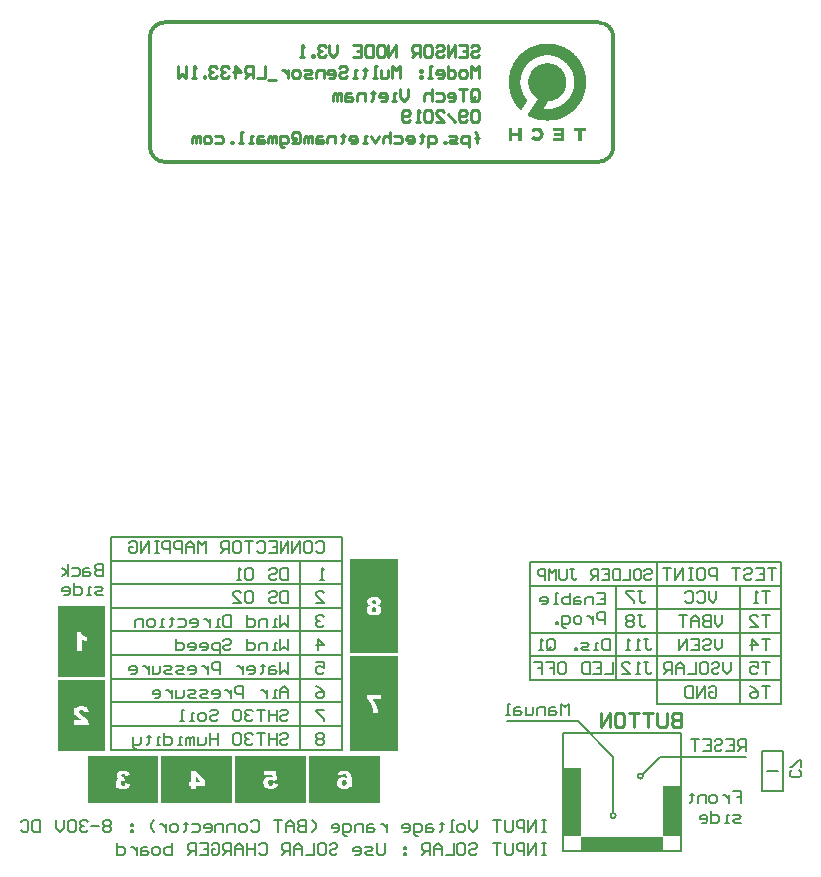
<source format=gbo>
G04*
G04 #@! TF.GenerationSoftware,Altium Limited,Altium Designer,19.0.13 (425)*
G04*
G04 Layer_Color=32896*
%FSTAX24Y24*%
%MOIN*%
G70*
G01*
G75*
%ADD10C,0.0098*%
%ADD14C,0.0079*%
%ADD15C,0.0118*%
%ADD19C,0.0010*%
%ADD22C,0.0106*%
%ADD23C,0.0071*%
%ADD118R,0.2756X0.0492*%
%ADD119R,0.0591X0.2264*%
%ADD120R,0.0591X0.1673*%
G36*
X031911Y025044D02*
X030337D01*
Y028193D01*
X031911D01*
Y025044D01*
D02*
G37*
G36*
X023939Y020044D02*
X021577D01*
Y021619D01*
X023939D01*
Y020044D01*
D02*
G37*
G36*
X031911Y021796D02*
X030337D01*
Y024945D01*
X031911D01*
Y021796D01*
D02*
G37*
G36*
X022167Y024158D02*
Y021796D01*
X020593D01*
Y024158D01*
X022167D01*
D02*
G37*
G36*
Y026619D02*
Y024256D01*
X020593D01*
Y026619D01*
X022167D01*
D02*
G37*
G36*
X031321Y020044D02*
X028959D01*
Y021619D01*
X031321D01*
Y020044D01*
D02*
G37*
G36*
X02886D02*
X026498D01*
Y021619D01*
X02886D01*
Y020044D01*
D02*
G37*
G36*
X0264D02*
X024037D01*
Y021619D01*
X0264D01*
Y020044D01*
D02*
G37*
%LPC*%
G36*
X031369Y026928D02*
X031122D01*
X031115Y026927D01*
X031105D01*
X031093Y026926D01*
X031081Y026925D01*
X031067Y026922D01*
X031038Y026917D01*
X031009Y026908D01*
X03098Y026897D01*
X030968Y02689D01*
X030956Y026882D01*
X030955D01*
X030954Y02688D01*
X030948Y026873D01*
X030938Y026863D01*
X030927Y02685D01*
X030917Y026834D01*
X030907Y026814D01*
X030901Y026792D01*
X030899Y02678D01*
X030898Y026767D01*
Y026765D01*
Y026761D01*
X030899Y026753D01*
X030902Y026743D01*
X030904Y026731D01*
X030908Y026718D01*
X030914Y026705D01*
X030921Y026692D01*
X030922Y026691D01*
X030925Y026687D01*
X030929Y026682D01*
X030934Y026675D01*
X030942Y026668D01*
X030952Y02666D01*
X030963Y02665D01*
X030976Y026641D01*
X030975D01*
X030974Y02664D01*
X030968Y026637D01*
X03096Y026632D01*
X030949Y026625D01*
X030937Y026616D01*
X030925Y026605D01*
X030913Y026593D01*
X030903Y026579D01*
X030902Y026577D01*
X030899Y026573D01*
X030895Y026565D01*
X030891Y026554D01*
X030886Y026542D01*
X030882Y026527D01*
X03088Y026511D01*
X030879Y026494D01*
Y026486D01*
X03088Y026478D01*
X030881Y026467D01*
X030884Y026453D01*
X030887Y026439D01*
X030893Y026425D01*
X030899Y02641D01*
X030901Y026408D01*
X030903Y026403D01*
X030907Y026397D01*
X030914Y026388D01*
X030921Y026378D01*
X03093Y026368D01*
X03094Y026358D01*
X030951Y02635D01*
X030952Y026349D01*
X030956Y026346D01*
X030963Y026343D01*
X030972Y026338D01*
X030983Y026333D01*
X030995Y026328D01*
X03101Y026323D01*
X031026Y026319D01*
X031028D01*
X031034Y026318D01*
X031043Y026316D01*
X031055Y026315D01*
X031069Y026312D01*
X031085Y02631D01*
X031103Y026309D01*
X030879D01*
X031369D01*
Y026504D01*
X031368Y026514D01*
X031366Y026527D01*
X031364Y026541D01*
X03136Y026555D01*
X031353Y02657D01*
X031345Y026585D01*
X031344Y026587D01*
X031341Y026591D01*
X031336Y026598D01*
X031327Y026605D01*
X031316Y026615D01*
X031304Y026624D01*
X031288Y026634D01*
X03127Y026641D01*
X031272Y026643D01*
X031277Y026645D01*
X031283Y026649D01*
X031292Y026655D01*
X031301Y026662D01*
X03131Y02667D01*
X031319Y026679D01*
X031327Y026687D01*
X031328Y026688D01*
X03133Y026694D01*
X031335Y0267D01*
X031339Y02671D01*
X031343Y026722D01*
X031348Y026737D01*
X03135Y026752D01*
X031351Y026768D01*
Y026769D01*
Y026772D01*
Y026776D01*
X03135Y02678D01*
X031349Y026787D01*
X031348Y026794D01*
X031342Y026812D01*
X031333Y026831D01*
X031328Y026841D01*
X031321Y026851D01*
X031314Y026861D01*
X031304Y026872D01*
X031293Y026882D01*
X031281Y026891D01*
X03128D01*
X031279Y026892D01*
X031275Y026894D01*
X031271Y026896D01*
X031266Y026899D01*
X031258Y026903D01*
X03125Y026906D01*
X031242Y026909D01*
X031221Y026916D01*
X031196Y026922D01*
X031167Y026927D01*
X031134Y026928D01*
X031369D01*
D02*
G37*
%LPD*%
G36*
X031137Y026825D02*
X031143Y026824D01*
X031152Y026822D01*
X03116Y026817D01*
X031168Y026813D01*
X031176Y026806D01*
X031177Y026805D01*
X031179Y026803D01*
X031181Y026799D01*
X031185Y026793D01*
X031189Y026787D01*
X031191Y026778D01*
X031193Y026769D01*
X031195Y026758D01*
Y026757D01*
Y026753D01*
X031193Y026747D01*
X031192Y026741D01*
X03119Y026733D01*
X031187Y026725D01*
X031183Y026717D01*
X031176Y026709D01*
X031175Y026708D01*
X031173Y026706D01*
X031168Y026704D01*
X031162Y0267D01*
X031154Y026696D01*
X031145Y026694D01*
X031136Y026692D01*
X031124Y026691D01*
X031118D01*
X031114Y026692D01*
X031106Y026693D01*
X031098Y026695D01*
X031091Y026698D01*
X031083Y026703D01*
X031075Y026708D01*
X031074Y026709D01*
X031072Y026711D01*
X03107Y026716D01*
X031066Y026721D01*
X031062Y026728D01*
X03106Y026737D01*
X031058Y026745D01*
X031057Y026756D01*
Y026757D01*
Y026762D01*
X031058Y026767D01*
X031059Y026774D01*
X031061Y026782D01*
X031066Y02679D01*
X03107Y026799D01*
X031077Y026806D01*
X031078Y026808D01*
X03108Y02681D01*
X031084Y026813D01*
X03109Y026816D01*
X031097Y02682D01*
X031106Y026823D01*
X031115Y026825D01*
X031126Y026826D01*
X031131D01*
X031137Y026825D01*
D02*
G37*
G36*
Y026591D02*
X031144Y026589D01*
X031153Y026586D01*
X031162Y026581D01*
X031172Y026576D01*
X03118Y026567D01*
X031181Y026566D01*
X031184Y026563D01*
X031188Y026557D01*
X031191Y02655D01*
X031196Y026541D01*
X0312Y026529D01*
X031202Y026517D01*
X031203Y026502D01*
Y026499D01*
Y026495D01*
X031202Y026487D01*
X0312Y026479D01*
X031198Y026468D01*
X031193Y026457D01*
X031187Y026446D01*
X031179Y026436D01*
X031178Y026435D01*
X031175Y026433D01*
X031171Y026428D01*
X031163Y026424D01*
X031155Y02642D01*
X031147Y026415D01*
X031136Y026413D01*
X031125Y026412D01*
X031119D01*
X031114Y026413D01*
X031106Y026415D01*
X031097Y026418D01*
X031089Y026423D01*
X031079Y026428D01*
X03107Y026437D01*
X031069Y026438D01*
X031067Y026441D01*
X031062Y026447D01*
X031058Y026455D01*
X031054Y026464D01*
X031049Y026475D01*
X031047Y026487D01*
X031046Y026502D01*
Y026504D01*
Y026508D01*
X031047Y026516D01*
X031049Y026525D01*
X031051Y026534D01*
X031056Y026545D01*
X031062Y026556D01*
X03107Y026566D01*
X031071Y026567D01*
X031074Y02657D01*
X031079Y026575D01*
X031086Y026579D01*
X031094Y026584D01*
X031104Y026588D01*
X031114Y026591D01*
X031126Y026592D01*
X031131D01*
X031137Y026591D01*
D02*
G37*
G36*
X031369Y026309D02*
X031137D01*
X031145Y02631D01*
X031154D01*
X031175Y026312D01*
X031199Y026315D01*
X031223Y026318D01*
X031247Y026323D01*
X031268Y026331D01*
X03127Y026332D01*
X031277Y026335D01*
X031285Y026341D01*
X031296Y026349D01*
X031308Y026357D01*
X031321Y026369D01*
X031333Y026382D01*
X031344Y026398D01*
X031345Y0264D01*
X031349Y026405D01*
X031352Y026414D01*
X031356Y026426D01*
X031362Y02644D01*
X031365Y026457D01*
X031368Y026475D01*
X031369Y026495D01*
Y026309D01*
D02*
G37*
%LPC*%
G36*
X022764Y021141D02*
X022753D01*
X022744Y02114D01*
X022734D01*
X022724Y021139D01*
X022712Y021138D01*
X022698Y021136D01*
X02267Y02113D01*
X022643Y021123D01*
X022615Y021112D01*
X022604Y021105D01*
X022593Y021097D01*
X022592D01*
X022591Y021095D01*
X022585Y02109D01*
X022577Y02108D01*
X022567Y021067D01*
X022557Y021052D01*
X022549Y021033D01*
X022543Y021011D01*
X022542Y020999D01*
X022541Y020987D01*
Y020985D01*
Y020981D01*
X022542Y020973D01*
X022543Y020964D01*
X022546Y020953D01*
X02255Y020941D01*
X022555Y020929D01*
X022563Y020917D01*
X022564Y020916D01*
X022567Y020912D01*
X022572Y020906D01*
X022578Y020899D01*
X022587Y020891D01*
X022598Y020881D01*
X022611Y020871D01*
X022626Y020862D01*
X022625D01*
X022621Y020861D01*
X022614Y020859D01*
X022607Y020857D01*
X02259Y02085D01*
X022581Y020847D01*
X022574Y020843D01*
X022573Y020842D01*
X022569Y02084D01*
X022564Y020835D01*
X022557Y02083D01*
X02255Y020823D01*
X022542Y020814D01*
X022534Y020805D01*
X022528Y020794D01*
X022527Y020793D01*
X022525Y020788D01*
X022522Y020782D01*
X022519Y020774D01*
X022516Y020763D01*
X022513Y020751D01*
X022511Y020738D01*
X02251Y020723D01*
Y020748D01*
Y020523D01*
Y020714D01*
X022511Y020704D01*
X022514Y020691D01*
X022517Y020675D01*
X022522Y020658D01*
X022529Y020641D01*
X022539Y020622D01*
X02254Y02062D01*
X022544Y020614D01*
X02255Y020606D01*
X022558Y020595D01*
X022571Y020583D01*
X022584Y020571D01*
X022599Y020559D01*
X022617Y020548D01*
X022619D01*
X02262Y020547D01*
X022623Y020546D01*
X022627Y020543D01*
X022632Y020542D01*
X022638Y02054D01*
X022654Y020536D01*
X022673Y02053D01*
X022696Y020527D01*
X022724Y020524D01*
X022753Y020523D01*
X02251D01*
X022766D01*
X022773Y020524D01*
X022781D01*
X022799Y020525D01*
X02282Y020527D01*
X022842Y02053D01*
X022862Y020535D01*
X022882Y020541D01*
X022884Y020542D01*
X02289Y020544D01*
X022898Y020549D01*
X022909Y020555D01*
X022921Y020563D01*
X022934Y020573D01*
X022948Y020584D01*
X02296Y020597D01*
X022961Y020599D01*
X022965Y020603D01*
X022971Y020611D01*
X022977Y020622D01*
X022985Y020636D01*
X022991Y020652D01*
X022999Y02067D01*
X023006Y02069D01*
X022839Y020713D01*
Y020711D01*
X022837Y020705D01*
X022835Y020696D01*
X022832Y020685D01*
X022823Y020662D01*
X022816Y020652D01*
X02281Y020643D01*
X022809Y020642D01*
X022807Y02064D01*
X022801Y020637D01*
X022796Y020634D01*
X022788Y02063D01*
X022778Y020628D01*
X022768Y020625D01*
X022756Y020624D01*
X022751D01*
X022744Y020625D01*
X022737Y020628D01*
X022728Y02063D01*
X022718Y020634D01*
X022709Y020641D01*
X022701Y020648D01*
X022699Y020649D01*
X022697Y020653D01*
X022693Y020658D01*
X022689Y020666D01*
X022685Y020675D01*
X022681Y020687D01*
X022679Y0207D01*
X022678Y020714D01*
Y020716D01*
Y02072D01*
X022679Y020728D01*
X02268Y020738D01*
X022683Y020748D01*
X022686Y020759D01*
X022692Y020768D01*
X022699Y020778D01*
X022701Y020779D01*
X022704Y020782D01*
X022708Y020786D01*
X022715Y02079D01*
X022724Y020794D01*
X022733Y020798D01*
X022745Y0208D01*
X022759Y020801D01*
X022766D01*
X022773Y0208D01*
X02278Y020799D01*
X022789Y020797D01*
X0228Y020795D01*
X022812Y020791D01*
X022804Y020909D01*
X022797D01*
X022789Y020908D01*
X022777D01*
X022771Y020909D01*
X022763Y020911D01*
X022755Y020913D01*
X022745Y020917D01*
X022737Y020922D01*
X022728Y020928D01*
X022727Y020929D01*
X022725Y020931D01*
X02272Y020936D01*
X022716Y020942D01*
X022713Y020949D01*
X022708Y020958D01*
X022706Y020967D01*
X022705Y020977D01*
Y020978D01*
Y020982D01*
X022706Y020987D01*
X022707Y020993D01*
X022709Y021D01*
X022712Y021007D01*
X022716Y021014D01*
X022721Y021021D01*
X022722Y021022D01*
X022725Y021023D01*
X022728Y021026D01*
X022733Y02103D01*
X02274Y021032D01*
X022748Y021035D01*
X022756Y021036D01*
X022767Y021037D01*
X022772D01*
X022777Y021036D01*
X022785Y021035D01*
X022792Y021033D01*
X0228Y02103D01*
X022808Y021025D01*
X022815Y021019D01*
X022816Y021018D01*
X022819Y021016D01*
X022821Y021011D01*
X022825Y021005D01*
X022828Y020996D01*
X022833Y020986D01*
X022836Y020973D01*
X022839Y020958D01*
X022997Y020985D01*
Y020986D01*
X022996Y020988D01*
X022995Y020993D01*
X022993Y020997D01*
X02299Y021003D01*
X022988Y021011D01*
X02298Y021028D01*
X022971Y021046D01*
X022957Y021066D01*
X022942Y021084D01*
X022922Y021101D01*
X022921D01*
X02292Y021103D01*
X022917Y021104D01*
X022912Y021107D01*
X022906Y021111D01*
X022899Y021114D01*
X022891Y021117D01*
X022881Y021122D01*
X022871Y021125D01*
X022859Y021128D01*
X022846Y021131D01*
X022832Y021135D01*
X022816Y021138D01*
X0228Y021139D01*
X022764Y021141D01*
D02*
G37*
G36*
X023006Y020523D02*
X022781D01*
X023006D01*
D01*
D02*
G37*
G36*
X031367Y02367D02*
X030881D01*
Y023556D01*
X030882Y023555D01*
X030884Y023554D01*
X030887Y023551D01*
X030892Y023546D01*
X030904Y023534D01*
X030918Y023519D01*
X030936Y023502D01*
X030953Y02348D01*
X030972Y023457D01*
X030988Y023433D01*
X030989Y023432D01*
X03099Y02343D01*
X030992Y023425D01*
X030997Y023419D01*
X031001Y023411D01*
X031005Y023402D01*
X031011Y023391D01*
X031018Y02338D01*
X031024Y023367D01*
X031031Y023353D01*
X031044Y023322D01*
X031057Y023289D01*
X031069Y023252D01*
Y023251D01*
X03107Y023249D01*
X031071Y023245D01*
X031073Y023239D01*
X031074Y023232D01*
X031077Y023223D01*
X03108Y023213D01*
X031082Y023201D01*
X031084Y023188D01*
X031087Y023175D01*
X031092Y023143D01*
X031097Y023109D01*
X031101Y023071D01*
X031267D01*
Y023073D01*
X031266Y023078D01*
X031265Y023085D01*
X031263Y023095D01*
X031261Y023108D01*
X031259Y023122D01*
X031256Y023139D01*
X031253Y023156D01*
X031248Y023176D01*
X031244Y023196D01*
X031233Y023236D01*
X031221Y023278D01*
X031213Y023297D01*
X031206Y023316D01*
Y023317D01*
X031203Y02332D01*
X031201Y023326D01*
X031198Y023333D01*
X031192Y023342D01*
X031187Y023353D01*
X03118Y023366D01*
X031173Y02338D01*
X031164Y023396D01*
X031154Y023412D01*
X031143Y02343D01*
X031131Y023448D01*
X031118Y023467D01*
X031104Y023487D01*
X031089Y023508D01*
X031072Y023529D01*
X031367D01*
Y023108D01*
Y02367D01*
D02*
G37*
G36*
X021377Y023281D02*
X021363D01*
X021355Y02328D01*
X021346D01*
X021326Y023279D01*
X021305Y023276D01*
X021282Y023272D01*
X02126Y023267D01*
X02124Y02326D01*
X021239D01*
X021238Y023259D01*
X021232Y023257D01*
X021223Y023252D01*
X021212Y023245D01*
X0212Y023236D01*
X021187Y023227D01*
X021173Y023213D01*
X021162Y023199D01*
X021161Y023197D01*
X021158Y023192D01*
X021154Y023184D01*
X021148Y023172D01*
X021143Y023159D01*
X021138Y023142D01*
X021135Y023125D01*
X021134Y023106D01*
Y023105D01*
Y023104D01*
Y023101D01*
Y023098D01*
X021136Y023087D01*
X021138Y023072D01*
X021142Y023057D01*
X021148Y023039D01*
X021156Y02302D01*
X021167Y023001D01*
X021168Y022999D01*
X021173Y022993D01*
X021181Y022983D01*
X021193Y02297D01*
X021209Y022953D01*
X021219Y022945D01*
X021229Y022935D01*
X021241Y022925D01*
X021254Y022914D01*
X021269Y022903D01*
X021284Y022892D01*
X021286Y022891D01*
X021291Y022887D01*
X0213Y02288D01*
X021311Y022872D01*
X021322Y022865D01*
X021334Y022857D01*
X021344Y022849D01*
X021352Y022843D01*
X021353Y022842D01*
X021355Y022841D01*
X021358Y022837D01*
X021363Y022834D01*
X021375Y022822D01*
X021391Y022808D01*
X02113D01*
Y023281D01*
D01*
D01*
Y022672D01*
X02163D01*
Y022676D01*
X021629Y02268D01*
X021628Y022684D01*
X021627Y022691D01*
X021626Y022699D01*
X02162Y022717D01*
X021614Y022738D01*
X021605Y022761D01*
X021593Y022786D01*
X021579Y02281D01*
X021578Y022811D01*
X021577Y022813D01*
X021575Y022817D01*
X02157Y022822D01*
X021565Y022828D01*
X021559Y022835D01*
X021551Y022844D01*
X021542Y022854D01*
X021532Y022865D01*
X02152Y022877D01*
X021507Y022889D01*
X021491Y022903D01*
X021475Y022917D01*
X021457Y022933D01*
X021437Y022948D01*
X021415Y022964D01*
X021414Y022965D01*
X021412Y022966D01*
X021408Y02297D01*
X021403Y022973D01*
X021391Y022983D01*
X021376Y022995D01*
X02136Y023009D01*
X021344Y023022D01*
X021331Y023035D01*
X021325Y023042D01*
X021321Y023047D01*
X02132Y023048D01*
X021318Y023052D01*
X021314Y023057D01*
X02131Y023065D01*
X021307Y023072D01*
X021303Y023082D01*
X021301Y023091D01*
X0213Y023101D01*
Y023102D01*
Y023105D01*
X021301Y023111D01*
X021302Y023117D01*
X021306Y023125D01*
X021309Y023133D01*
X021314Y02314D01*
X021321Y023148D01*
X021322Y023149D01*
X021324Y023151D01*
X021329Y023154D01*
X021335Y023158D01*
X021343Y023161D01*
X021352Y023164D01*
X021361Y023166D01*
X021372Y023168D01*
X021378D01*
X021383Y023166D01*
X021391Y023165D01*
X021399Y023162D01*
X021407Y023159D01*
X021416Y023153D01*
X021425Y023147D01*
X021426Y023146D01*
X021428Y023143D01*
X021431Y023138D01*
X021436Y02313D01*
X02144Y023121D01*
X021444Y023108D01*
X021448Y023094D01*
X021451Y023077D01*
X021618Y02309D01*
Y023091D01*
Y023093D01*
X021617Y023096D01*
X021616Y023102D01*
X021614Y023114D01*
X021611Y02313D01*
X021605Y023148D01*
X0216Y023165D01*
X021592Y023183D01*
X021583Y023199D01*
X021582Y023201D01*
X021579Y023206D01*
X021572Y023212D01*
X021564Y023221D01*
X021554Y023231D01*
X021541Y023241D01*
X021526Y023251D01*
X021509Y023259D01*
X021508D01*
X021507Y02326D01*
X0215Y023263D01*
X021489Y023266D01*
X021474Y02327D01*
X021455Y023275D01*
X021432Y023278D01*
X021406Y02328D01*
X021377Y023281D01*
D02*
G37*
G36*
X021552Y025742D02*
X021208D01*
Y025133D01*
X021377D01*
Y025531D01*
X021379Y02553D01*
X021383Y025525D01*
X021392Y02552D01*
X021402Y025512D01*
X021414Y025505D01*
X021428Y025496D01*
X021442Y025487D01*
X021457Y025479D01*
X021459Y025478D01*
X021463Y025476D01*
X021472Y025473D01*
X021483Y025469D01*
X021497Y025463D01*
X021512Y025457D01*
X021531Y025451D01*
X021552Y025445D01*
Y025742D01*
D02*
G37*
%LPD*%
G36*
Y02558D02*
X021551D01*
X021548Y025581D01*
X021544Y025583D01*
X021537Y025584D01*
X021531Y025588D01*
X021522Y025591D01*
X021504Y025599D01*
X021483Y025608D01*
X021461Y025619D01*
X021439Y025631D01*
X02142Y025646D01*
X021419D01*
X021418Y025648D01*
X021413Y025652D01*
X021404Y025661D01*
X021393Y025673D01*
X021381Y025686D01*
X021369Y025702D01*
X021357Y025721D01*
X021346Y025742D01*
X021552D01*
Y02558D01*
D02*
G37*
%LPC*%
G36*
X030387Y021141D02*
X029893D01*
D01*
X030118D01*
X030105Y02114D01*
X03009Y021139D01*
X030071Y021137D01*
X030052Y021134D01*
X030034Y021129D01*
X030017Y021124D01*
X030015Y021123D01*
X030011Y02112D01*
X030003Y021117D01*
X029993Y021112D01*
X029982Y021105D01*
X02997Y021096D01*
X029959Y021087D01*
X029949Y021076D01*
X029947Y021075D01*
X029944Y02107D01*
X029939Y021063D01*
X029933Y021054D01*
X029926Y021042D01*
X029919Y021029D01*
X029913Y021012D01*
X029906Y020995D01*
X030071Y020975D01*
Y020976D01*
X030072Y020981D01*
X030074Y020987D01*
X030076Y020994D01*
X030084Y02101D01*
X030088Y021017D01*
X030094Y021023D01*
X030095Y021024D01*
X030096Y021025D01*
X030099Y021028D01*
X030104Y021031D01*
X030116Y021036D01*
X030123Y021037D01*
X030131Y021038D01*
X030133D01*
X030138Y021037D01*
X030145Y021036D01*
X030154Y021033D01*
X030165Y021029D01*
X030175Y021021D01*
X030186Y021011D01*
X030194Y020997D01*
X030196Y020996D01*
X030197Y02099D01*
X0302Y020983D01*
X030202Y020977D01*
X030203Y020971D01*
X030205Y020962D01*
X030208Y020953D01*
X03021Y020943D01*
X030212Y020931D01*
X030213Y020918D01*
X030215Y020904D01*
X030217Y020889D01*
X030219Y020871D01*
X030217Y020872D01*
X030213Y020877D01*
X030208Y020882D01*
X0302Y020889D01*
X03019Y020895D01*
X03018Y020903D01*
X030169Y020911D01*
X030157Y020916D01*
X030156Y020917D01*
X030152Y020918D01*
X030145Y02092D01*
X030137Y020924D01*
X030126Y020927D01*
X030114Y020929D01*
X030099Y02093D01*
X030085Y020931D01*
X030078D01*
X030072Y02093D01*
X030064Y020929D01*
X030057Y020928D01*
X030038Y020924D01*
X030016Y020917D01*
X029993Y020907D01*
X029981Y020901D01*
X02997Y020893D01*
X029959Y020883D01*
X029949Y020873D01*
X029947Y020872D01*
X029946Y020871D01*
X029943Y020868D01*
X02994Y020864D01*
X029935Y020858D01*
X029931Y02085D01*
X029926Y020843D01*
X02992Y020834D01*
X02991Y020813D01*
X029902Y020788D01*
X029895Y020761D01*
X029894Y020746D01*
X029893Y020729D01*
Y020753D01*
Y020729D01*
Y020719D01*
X029894Y020708D01*
X029896Y020693D01*
X029899Y020677D01*
X029905Y020658D01*
X029911Y02064D01*
X029921Y020621D01*
X029922Y020619D01*
X029927Y020613D01*
X029933Y020605D01*
X029942Y020594D01*
X029953Y020582D01*
X029966Y020568D01*
X029982Y020558D01*
X03Y020547D01*
X030002Y020546D01*
X030009Y020543D01*
X03002Y020539D01*
X030034Y020535D01*
X030051Y02053D01*
X030073Y020526D01*
X030097Y020524D01*
X030123Y020523D01*
X030139D01*
X030146Y020524D01*
X030155Y020525D01*
X030175Y020527D01*
X030198Y02053D01*
X030222Y020536D01*
X030246Y020543D01*
X030268Y020553D01*
X030269D01*
X03027Y020554D01*
X030276Y020559D01*
X030286Y020566D01*
X030299Y020577D01*
X030313Y02059D01*
X030328Y020607D01*
X030342Y020628D01*
X030355Y02065D01*
Y020652D01*
X030356Y020654D01*
X030358Y020657D01*
X03036Y020662D01*
X030363Y020669D01*
X030365Y020678D01*
X030368Y020687D01*
X03037Y020697D01*
X030374Y020709D01*
X030377Y020724D01*
X030379Y020738D01*
X030381Y020754D01*
X030384Y020771D01*
X030386Y020789D01*
X030387Y020808D01*
Y020607D01*
Y020844D01*
X030386Y020855D01*
X030385Y020868D01*
X030384Y020883D01*
X030381Y020901D01*
X030378Y020919D01*
X03037Y020958D01*
X030365Y020977D01*
X030358Y020997D01*
X030351Y021016D01*
X030341Y021034D01*
X030331Y02105D01*
X030319Y021066D01*
X030318Y021067D01*
X030316Y021069D01*
X030313Y021072D01*
X030307Y021078D01*
X030299Y021083D01*
X030291Y02109D01*
X030281Y021096D01*
X03027Y021104D01*
X030257Y021111D01*
X030243Y021117D01*
X030227Y021124D01*
X030211Y021129D01*
X030192Y021135D01*
X030173Y021138D01*
X030152Y02114D01*
X03013Y021141D01*
X030387D01*
D01*
D02*
G37*
%LPD*%
G36*
X030143Y020828D02*
X030152Y020825D01*
X030161Y020822D01*
X03017Y020818D01*
X03018Y020811D01*
X03019Y020802D01*
X030191Y020801D01*
X030193Y020798D01*
X030198Y020791D01*
X030201Y020784D01*
X030205Y020774D01*
X03021Y020761D01*
X030212Y020747D01*
X030213Y020729D01*
Y020727D01*
Y020721D01*
X030212Y020713D01*
X03021Y020702D01*
X030208Y02069D01*
X030203Y020677D01*
X030197Y020665D01*
X030189Y020654D01*
X030188Y020653D01*
X030185Y020649D01*
X030179Y020645D01*
X030172Y020641D01*
X030163Y020635D01*
X030153Y020631D01*
X030141Y020628D01*
X030128Y020626D01*
X030122D01*
X030116Y020628D01*
X030108Y02063D01*
X030101Y020632D01*
X030091Y020636D01*
X030082Y020643D01*
X030073Y02065D01*
X030072Y020652D01*
X03007Y020655D01*
X030066Y020661D01*
X030061Y020669D01*
X030058Y02068D01*
X030054Y020692D01*
X030051Y020707D01*
X03005Y020725D01*
Y020726D01*
Y020727D01*
Y020734D01*
X030051Y020742D01*
X030054Y020753D01*
X030056Y020765D01*
X03006Y020778D01*
X030067Y02079D01*
X030074Y020801D01*
X030075Y020802D01*
X030079Y020806D01*
X030083Y02081D01*
X03009Y020815D01*
X030098Y02082D01*
X030108Y020824D01*
X030119Y020828D01*
X030131Y020829D01*
X030137D01*
X030143Y020828D01*
D02*
G37*
%LPC*%
G36*
X027928Y021136D02*
X02743D01*
D01*
X027458D01*
Y021003D01*
X027727D01*
X027742Y020913D01*
X02774Y020914D01*
X027737Y020916D01*
X027731Y020918D01*
X027724Y020921D01*
X027715Y020924D01*
X027705Y020928D01*
X027686Y020933D01*
X027685D01*
X027681Y020934D01*
X027676Y020935D01*
X027668Y020936D01*
X027661Y020937D01*
X027652Y020938D01*
X027632Y02094D01*
X027623D01*
X027617Y020938D01*
X027609D01*
X027601Y020936D01*
X027581Y020933D01*
X027557Y020926D01*
X027533Y020917D01*
X027521Y02091D01*
X027509Y020903D01*
X027498Y020895D01*
X027487Y020885D01*
X027486Y020884D01*
X027485Y020883D01*
X027481Y020879D01*
X027478Y020875D01*
X027474Y02087D01*
X027469Y020863D01*
X027458Y020848D01*
X027448Y020828D01*
X027439Y020804D01*
X027432Y020778D01*
X027431Y020764D01*
X02743Y020748D01*
Y020801D01*
Y020748D01*
Y020738D01*
X027431Y020728D01*
X027433Y020712D01*
X027438Y020696D01*
X027442Y020677D01*
X02745Y020656D01*
X02746Y020637D01*
Y020636D01*
X027461Y020635D01*
X027465Y020628D01*
X027472Y020618D01*
X02748Y020606D01*
X027492Y020593D01*
X027507Y02058D01*
X027523Y020567D01*
X027541Y020555D01*
X027543D01*
X027544Y020554D01*
X027547Y020553D01*
X027551Y02055D01*
X027556Y020548D01*
X027562Y020546D01*
X027578Y020542D01*
X027597Y020536D01*
X027621Y020532D01*
X027648Y020529D01*
X027677Y020527D01*
X027687D01*
X027698Y020529D01*
X027712D01*
X027727Y02053D01*
X027745Y020532D01*
X027762Y020535D01*
X027779Y020538D01*
X027781Y02054D01*
X027785Y020541D01*
X027793Y020543D01*
X027803Y020547D01*
X027815Y020552D01*
X027827Y020557D01*
X027851Y020571D01*
X027852Y020572D01*
X027855Y020576D01*
X027861Y02058D01*
X027868Y020587D01*
X027876Y020593D01*
X027884Y020602D01*
X027899Y020621D01*
X0279Y020623D01*
X027902Y020627D01*
X027905Y020632D01*
X027909Y020641D01*
X027914Y020651D01*
X027919Y020663D01*
X027924Y020677D01*
X027928Y020693D01*
X02776Y020711D01*
Y020709D01*
X027759Y020705D01*
X027757Y020697D01*
X027755Y020688D01*
X027751Y020678D01*
X027746Y020668D01*
X02774Y020659D01*
X027733Y02065D01*
X027732Y020649D01*
X027728Y020647D01*
X027724Y020643D01*
X027717Y02064D01*
X02771Y020636D01*
X0277Y020632D01*
X027689Y02063D01*
X027678Y020629D01*
X027673D01*
X027666Y02063D01*
X027657Y020632D01*
X027649Y020636D01*
X027639Y02064D01*
X027629Y020647D01*
X02762Y020655D01*
X027619Y020656D01*
X027617Y020661D01*
X027613Y020666D01*
X027608Y020675D01*
X027605Y020686D01*
X027601Y020699D01*
X027598Y020714D01*
X027597Y020733D01*
Y020734D01*
Y020735D01*
Y020742D01*
X027598Y020752D01*
X027601Y020762D01*
X027603Y020776D01*
X027607Y020789D01*
X027613Y020801D01*
X02762Y020812D01*
X027621Y020813D01*
X027625Y020816D01*
X027629Y020819D01*
X027637Y020825D01*
X027645Y020829D01*
X027655Y020832D01*
X027668Y020836D01*
X027681Y020837D01*
X027686D01*
X02769Y020836D01*
X027697D01*
X027711Y020831D01*
X02772Y020829D01*
X027728Y020825D01*
X027729D01*
X027732Y020823D01*
X027735Y02082D01*
X027739Y020817D01*
X027745Y020813D01*
X027751Y020807D01*
X027758Y020801D01*
X027766Y020793D01*
X027907Y020814D01*
X027854Y021136D01*
X027928D01*
D02*
G37*
G36*
X025177D02*
X025032D01*
Y020768D01*
X024956D01*
Y021136D01*
Y020527D01*
Y020639D01*
X025032D01*
Y020527D01*
X024956D01*
X025481D01*
Y020639D01*
Y020527D01*
X025177D01*
Y020639D01*
X025481D01*
D01*
D01*
Y020776D01*
X025177Y021136D01*
D02*
G37*
%LPD*%
G36*
X025339Y020768D02*
X025177D01*
Y020957D01*
X025339Y020768D01*
D02*
G37*
D10*
X034362Y045268D02*
X034427Y045334D01*
X034559D01*
X034624Y045268D01*
Y045203D01*
X034559Y045137D01*
X034427D01*
X034362Y045072D01*
Y045006D01*
X034427Y04494D01*
X034559D01*
X034624Y045006D01*
X033968Y045334D02*
X034231D01*
Y04494D01*
X033968D01*
X034231Y045137D02*
X034099D01*
X033837Y04494D02*
Y045334D01*
X033575Y04494D01*
Y045334D01*
X033181Y045268D02*
X033247Y045334D01*
X033378D01*
X033444Y045268D01*
Y045203D01*
X033378Y045137D01*
X033247D01*
X033181Y045072D01*
Y045006D01*
X033247Y04494D01*
X033378D01*
X033444Y045006D01*
X032853Y045334D02*
X032984D01*
X03305Y045268D01*
Y045006D01*
X032984Y04494D01*
X032853D01*
X032788Y045006D01*
Y045268D01*
X032853Y045334D01*
X032656Y04494D02*
Y045334D01*
X03246D01*
X032394Y045268D01*
Y045137D01*
X03246Y045072D01*
X032656D01*
X032525D02*
X032394Y04494D01*
X031869D02*
Y045334D01*
X031607Y04494D01*
Y045334D01*
X031279D02*
X03141D01*
X031476Y045268D01*
Y045006D01*
X03141Y04494D01*
X031279D01*
X031213Y045006D01*
Y045268D01*
X031279Y045334D01*
X031082D02*
Y04494D01*
X030885D01*
X03082Y045006D01*
Y045268D01*
X030885Y045334D01*
X031082D01*
X030426D02*
X030689D01*
Y04494D01*
X030426D01*
X030689Y045137D02*
X030557D01*
X029901Y045334D02*
Y045072D01*
X02977Y04494D01*
X029639Y045072D01*
Y045334D01*
X029508Y045268D02*
X029442Y045334D01*
X029311D01*
X029245Y045268D01*
Y045203D01*
X029311Y045137D01*
X029377D01*
X029311D01*
X029245Y045072D01*
Y045006D01*
X029311Y04494D01*
X029442D01*
X029508Y045006D01*
X029114Y04494D02*
Y045006D01*
X029049D01*
Y04494D01*
X029114D01*
X028786D02*
X028655D01*
X028721D01*
Y045334D01*
X028786Y045268D01*
X034624Y044232D02*
Y044625D01*
X034493Y044494D01*
X034362Y044625D01*
Y044232D01*
X034165D02*
X034034D01*
X033968Y044297D01*
Y044429D01*
X034034Y044494D01*
X034165D01*
X034231Y044429D01*
Y044297D01*
X034165Y044232D01*
X033575Y044625D02*
Y044232D01*
X033772D01*
X033837Y044297D01*
Y044429D01*
X033772Y044494D01*
X033575D01*
X033247Y044232D02*
X033378D01*
X033444Y044297D01*
Y044429D01*
X033378Y044494D01*
X033247D01*
X033181Y044429D01*
Y044363D01*
X033444D01*
X03305Y044232D02*
X032919D01*
X032984D01*
Y044625D01*
X03305D01*
X032722Y044494D02*
X032656D01*
Y044429D01*
X032722D01*
Y044494D01*
Y044297D02*
X032656D01*
Y044232D01*
X032722D01*
Y044297D01*
X032Y044232D02*
Y044625D01*
X031869Y044494D01*
X031738Y044625D01*
Y044232D01*
X031607Y044494D02*
Y044297D01*
X031541Y044232D01*
X031344D01*
Y044494D01*
X031213Y044232D02*
X031082D01*
X031148D01*
Y044625D01*
X031213D01*
X03082Y04456D02*
Y044494D01*
X030885D01*
X030754D01*
X03082D01*
Y044297D01*
X030754Y044232D01*
X030557D02*
X030426D01*
X030492D01*
Y044494D01*
X030557D01*
X029967Y04456D02*
X030033Y044625D01*
X030164D01*
X030229Y04456D01*
Y044494D01*
X030164Y044429D01*
X030033D01*
X029967Y044363D01*
Y044297D01*
X030033Y044232D01*
X030164D01*
X030229Y044297D01*
X029639Y044232D02*
X02977D01*
X029836Y044297D01*
Y044429D01*
X02977Y044494D01*
X029639D01*
X029573Y044429D01*
Y044363D01*
X029836D01*
X029442Y044232D02*
Y044494D01*
X029245D01*
X02918Y044429D01*
Y044232D01*
X029049D02*
X028852D01*
X028786Y044297D01*
X028852Y044363D01*
X028983D01*
X029049Y044429D01*
X028983Y044494D01*
X028786D01*
X028589Y044232D02*
X028458D01*
X028393Y044297D01*
Y044429D01*
X028458Y044494D01*
X028589D01*
X028655Y044429D01*
Y044297D01*
X028589Y044232D01*
X028261Y044494D02*
Y044232D01*
Y044363D01*
X028196Y044429D01*
X02813Y044494D01*
X028065D01*
X027868Y044166D02*
X027606D01*
X027474Y044625D02*
Y044232D01*
X027212D01*
X027081D02*
Y044625D01*
X026884D01*
X026818Y04456D01*
Y044429D01*
X026884Y044363D01*
X027081D01*
X02695D02*
X026818Y044232D01*
X02649D02*
Y044625D01*
X026687Y044429D01*
X026425D01*
X026294Y04456D02*
X026228Y044625D01*
X026097D01*
X026031Y04456D01*
Y044494D01*
X026097Y044429D01*
X026162D01*
X026097D01*
X026031Y044363D01*
Y044297D01*
X026097Y044232D01*
X026228D01*
X026294Y044297D01*
X0259Y04456D02*
X025834Y044625D01*
X025703D01*
X025638Y04456D01*
Y044494D01*
X025703Y044429D01*
X025769D01*
X025703D01*
X025638Y044363D01*
Y044297D01*
X025703Y044232D01*
X025834D01*
X0259Y044297D01*
X025506Y044232D02*
Y044297D01*
X025441D01*
Y044232D01*
X025506D01*
X025178D02*
X025047D01*
X025113D01*
Y044625D01*
X025178Y04456D01*
X02485Y044625D02*
Y044232D01*
X024719Y044363D01*
X024588Y044232D01*
Y044625D01*
X034362Y043523D02*
Y043786D01*
X034427Y043851D01*
X034559D01*
X034624Y043786D01*
Y043523D01*
X034559Y043458D01*
X034427D01*
X034493Y043589D02*
X034362Y043458D01*
X034427D02*
X034362Y043523D01*
X034231Y043851D02*
X033968D01*
X034099D01*
Y043458D01*
X03364D02*
X033772D01*
X033837Y043523D01*
Y043655D01*
X033772Y04372D01*
X03364D01*
X033575Y043655D01*
Y043589D01*
X033837D01*
X033181Y04372D02*
X033378D01*
X033444Y043655D01*
Y043523D01*
X033378Y043458D01*
X033181D01*
X03305Y043851D02*
Y043458D01*
Y043655D01*
X032984Y04372D01*
X032853D01*
X032788Y043655D01*
Y043458D01*
X032263Y043851D02*
Y043589D01*
X032132Y043458D01*
X032Y043589D01*
Y043851D01*
X031869Y043458D02*
X031738D01*
X031804D01*
Y04372D01*
X031869D01*
X031344Y043458D02*
X031476D01*
X031541Y043523D01*
Y043655D01*
X031476Y04372D01*
X031344D01*
X031279Y043655D01*
Y043589D01*
X031541D01*
X031082Y043786D02*
Y04372D01*
X031148D01*
X031016D01*
X031082D01*
Y043523D01*
X031016Y043458D01*
X03082D02*
Y04372D01*
X030623D01*
X030557Y043655D01*
Y043458D01*
X030361Y04372D02*
X030229D01*
X030164Y043655D01*
Y043458D01*
X030361D01*
X030426Y043523D01*
X030361Y043589D01*
X030164D01*
X030033Y043458D02*
Y04372D01*
X029967D01*
X029901Y043655D01*
Y043458D01*
Y043655D01*
X029836Y04372D01*
X02977Y043655D01*
Y043458D01*
X034624Y043077D02*
X034559Y043143D01*
X034427D01*
X034362Y043077D01*
Y042815D01*
X034427Y042749D01*
X034559D01*
X034624Y042815D01*
Y043077D01*
X034231Y042815D02*
X034165Y042749D01*
X034034D01*
X033968Y042815D01*
Y043077D01*
X034034Y043143D01*
X034165D01*
X034231Y043077D01*
Y043012D01*
X034165Y042946D01*
X033968D01*
X033837Y042749D02*
X033575Y043012D01*
X033181Y042749D02*
X033444D01*
X033181Y043012D01*
Y043077D01*
X033247Y043143D01*
X033378D01*
X033444Y043077D01*
X03305D02*
X032984Y043143D01*
X032853D01*
X032788Y043077D01*
Y042815D01*
X032853Y042749D01*
X032984D01*
X03305Y042815D01*
Y043077D01*
X032656Y042749D02*
X032525D01*
X032591D01*
Y043143D01*
X032656Y043077D01*
X032328Y042815D02*
X032263Y042749D01*
X032132D01*
X032066Y042815D01*
Y043077D01*
X032132Y043143D01*
X032263D01*
X032328Y043077D01*
Y043012D01*
X032263Y042946D01*
X032066D01*
X034559Y042041D02*
Y042369D01*
Y042238D01*
X034624D01*
X034493D01*
X034559D01*
Y042369D01*
X034493Y042434D01*
X034296Y04191D02*
Y042303D01*
X034099D01*
X034034Y042238D01*
Y042106D01*
X034099Y042041D01*
X034296D01*
X033903D02*
X033706D01*
X03364Y042106D01*
X033706Y042172D01*
X033837D01*
X033903Y042238D01*
X033837Y042303D01*
X03364D01*
X033509Y042041D02*
Y042106D01*
X033444D01*
Y042041D01*
X033509D01*
X032919Y04191D02*
Y042303D01*
X033116D01*
X033181Y042238D01*
Y042106D01*
X033116Y042041D01*
X032919D01*
X032722Y042369D02*
Y042303D01*
X032788D01*
X032656D01*
X032722D01*
Y042106D01*
X032656Y042041D01*
X032263D02*
X032394D01*
X03246Y042106D01*
Y042238D01*
X032394Y042303D01*
X032263D01*
X032197Y042238D01*
Y042172D01*
X03246D01*
X031804Y042303D02*
X032D01*
X032066Y042238D01*
Y042106D01*
X032Y042041D01*
X031804D01*
X031672Y042434D02*
Y042041D01*
Y042238D01*
X031607Y042303D01*
X031476D01*
X03141Y042238D01*
Y042041D01*
X031279Y042303D02*
X031148Y042041D01*
X031016Y042303D01*
X030885Y042041D02*
X030754D01*
X03082D01*
Y042303D01*
X030885D01*
X030361Y042041D02*
X030492D01*
X030557Y042106D01*
Y042238D01*
X030492Y042303D01*
X030361D01*
X030295Y042238D01*
Y042172D01*
X030557D01*
X030098Y042369D02*
Y042303D01*
X030164D01*
X030033D01*
X030098D01*
Y042106D01*
X030033Y042041D01*
X029836D02*
Y042303D01*
X029639D01*
X029573Y042238D01*
Y042041D01*
X029377Y042303D02*
X029245D01*
X02918Y042238D01*
Y042041D01*
X029377D01*
X029442Y042106D01*
X029377Y042172D01*
X02918D01*
X029049Y042041D02*
Y042303D01*
X028983D01*
X028917Y042238D01*
Y042041D01*
Y042238D01*
X028852Y042303D01*
X028786Y042238D01*
Y042041D01*
X028458Y042172D02*
Y042238D01*
X028524D01*
Y042172D01*
X028458D01*
X028393Y042238D01*
Y042369D01*
X028458Y042434D01*
X028589D01*
X028655Y042369D01*
Y042106D01*
X028589Y042041D01*
X028393D01*
X02813Y04191D02*
X028065D01*
X027999Y041975D01*
Y042303D01*
X028196D01*
X028261Y042238D01*
Y042106D01*
X028196Y042041D01*
X027999D01*
X027868D02*
Y042303D01*
X027802D01*
X027737Y042238D01*
Y042041D01*
Y042238D01*
X027671Y042303D01*
X027606Y042238D01*
Y042041D01*
X027409Y042303D02*
X027278D01*
X027212Y042238D01*
Y042041D01*
X027409D01*
X027474Y042106D01*
X027409Y042172D01*
X027212D01*
X027081Y042041D02*
X02695D01*
X027015D01*
Y042303D01*
X027081D01*
X026753Y042041D02*
X026622D01*
X026687D01*
Y042434D01*
X026753D01*
X026425Y042041D02*
Y042106D01*
X026359D01*
Y042041D01*
X026425D01*
X025834Y042303D02*
X026031D01*
X026097Y042238D01*
Y042106D01*
X026031Y042041D01*
X025834D01*
X025638D02*
X025506D01*
X025441Y042106D01*
Y042238D01*
X025506Y042303D01*
X025638D01*
X025703Y042238D01*
Y042106D01*
X025638Y042041D01*
X02531D02*
Y042303D01*
X025244D01*
X025178Y042238D01*
Y042041D01*
Y042238D01*
X025113Y042303D01*
X025047Y042238D01*
Y042041D01*
D14*
X039181Y019634D02*
G03*
X039181Y019634I-000086J0D01*
G01*
X040085Y020956D02*
G03*
X040085Y020956I-000086J0D01*
G01*
X022364Y028139D02*
Y028927D01*
X030041Y028139D02*
Y028927D01*
X022364Y028139D02*
X025908D01*
X022364Y024202D02*
Y028139D01*
Y028927D02*
X025908D01*
X030041D01*
X035556Y022784D02*
X037914D01*
X037422Y02239D02*
X041359D01*
X04067Y021603D02*
X043524D01*
X037422Y018453D02*
X041359D01*
X04008Y021012D02*
X04067Y021603D01*
X037914Y022784D02*
X039095Y021603D01*
X037422Y018453D02*
Y02239D01*
X039095Y019733D02*
Y021603D01*
X041359Y018453D02*
Y02239D01*
X036339Y027307D02*
X040572D01*
X044706D01*
X039194Y02652D02*
X040572D01*
X044706D01*
X036339Y025733D02*
X040572D01*
X044706D01*
X036339Y024945D02*
X040572D01*
X044706D01*
X036339Y024158D02*
X040572D01*
X044706D01*
X040572Y02337D02*
X044706D01*
X036339Y028095D02*
X040572D01*
X044706D01*
X039194Y024158D02*
Y027307D01*
X036339Y024158D02*
Y028095D01*
X040572Y02337D02*
Y028095D01*
Y02337D02*
Y028095D01*
X043328Y02337D02*
Y027307D01*
X044706Y02337D02*
Y028095D01*
X025908Y028139D02*
X030041D01*
X022364Y027352D02*
X030041D01*
X025908Y026564D02*
X030041D01*
X022364D02*
X025908D01*
X022517Y025777D02*
X030041D01*
X025908Y02499D02*
X030041D01*
X022364D02*
X025908D01*
Y024202D02*
X030041D01*
X022364D02*
X025908D01*
X022364Y023415D02*
X025908D01*
X030041D01*
X025908Y022627D02*
X030041D01*
X022364D02*
X025908D01*
Y02184D02*
X030041D01*
X022364D02*
X025908D01*
X022364Y023415D02*
Y024202D01*
Y02184D02*
Y023415D01*
Y025777D02*
X022517D01*
X028663Y023415D02*
Y028139D01*
X030041Y023415D02*
Y028139D01*
X028663Y02184D02*
Y023415D01*
X030041Y02184D02*
Y023415D01*
X028663D02*
X028663D01*
X044213Y021134D02*
X044607D01*
X044066Y021794D02*
X044755D01*
X044066Y020474D02*
Y021794D01*
X044755Y020474D02*
Y021794D01*
X044066Y020474D02*
X044755D01*
D15*
X023653Y041931D02*
G03*
X024153Y041431I0005J0D01*
G01*
Y046081D02*
G03*
X023653Y045581I0J-0005D01*
G01*
X038603Y041431D02*
G03*
X039103Y041931I0J0005D01*
G01*
Y045581D02*
G03*
X038603Y046081I-0005J0D01*
G01*
X024153Y041431D02*
X038603D01*
X034573Y046081D02*
X038603D01*
X024153D02*
X034573D01*
X023653Y041931D02*
Y045581D01*
X039103Y041931D02*
Y045581D01*
D19*
X035713Y044591D02*
X036123D01*
X035713Y044581D02*
X036113D01*
X035713Y043611D02*
X036113D01*
X036563Y044621D02*
X037213D01*
X037633D02*
X038043D01*
X035733D02*
X036143D01*
X036333Y043821D02*
X037443D01*
X036253Y043021D02*
X037563D01*
X035843Y044821D02*
X036333D01*
X035853Y044831D02*
X036343D01*
X035863Y044851D02*
X036373D01*
X035853Y044841D02*
X036363D01*
X035873Y044861D02*
X036383D01*
X035933Y044941D02*
X036543D01*
X035933Y044931D02*
X036513D01*
X035923Y044921D02*
X036493D01*
X035913Y044911D02*
X036473D01*
X035903Y044901D02*
X036453D01*
X035893Y044891D02*
X036433D01*
X035883Y044881D02*
X036423D01*
X035883Y044871D02*
X036403D01*
X037533Y044741D02*
X037983D01*
X036203Y045171D02*
X037573D01*
X036223Y045181D02*
X037553D01*
X036243Y045191D02*
X037533D01*
X036133Y045121D02*
X037643D01*
X036193Y045161D02*
X037583D01*
X036173Y045151D02*
X037603D01*
X036163Y045141D02*
X037613D01*
X036153Y045131D02*
X037623D01*
X036123Y045111D02*
X037653D01*
X036113Y045101D02*
X037663D01*
X036093Y045091D02*
X037683D01*
X036083Y045081D02*
X037693D01*
X036073Y045071D02*
X037703D01*
X036063Y045061D02*
X037713D01*
X036043Y045051D02*
X037733D01*
X036033Y045041D02*
X037743D01*
X036023Y045031D02*
X037753D01*
X036013Y045021D02*
X037763D01*
X036003Y045011D02*
X036863D01*
X035993Y045001D02*
X036753D01*
X035983Y044991D02*
X036693D01*
X035973Y044981D02*
X036653D01*
X036273Y045211D02*
X037503D01*
X036253Y045201D02*
X037523D01*
X036513Y045311D02*
X037263D01*
X036483Y045301D02*
X037293D01*
X036453Y045291D02*
X037323D01*
X036423Y045281D02*
X037353D01*
X036403Y045271D02*
X037373D01*
X036373Y045261D02*
X037403D01*
X036353Y045251D02*
X037423D01*
X036333Y045241D02*
X037443D01*
X036313Y045231D02*
X037463D01*
X036293Y045221D02*
X037483D01*
X036543Y045321D02*
X037233D01*
X036633Y045341D02*
X037143D01*
X036583Y045331D02*
X037193D01*
X037023Y045001D02*
X037783D01*
X036913Y045011D02*
X037773D01*
X037083Y044991D02*
X037793D01*
X037123Y044981D02*
X037803D01*
X037443Y044821D02*
X037933D01*
X037503Y044771D02*
X037963D01*
X035963Y044971D02*
X036623D01*
X035953Y044961D02*
X036593D01*
X035943Y044951D02*
X036563D01*
X037463Y044811D02*
X037943D01*
X037473Y044801D02*
X037943D01*
X037483Y044791D02*
X037953D01*
X037493Y044781D02*
X037963D01*
X037513Y044761D02*
X037973D01*
X037523Y044751D02*
X037973D01*
X036573Y044631D02*
X037203D01*
X036633Y044661D02*
X037143D01*
X036613Y044651D02*
X037163D01*
X036593Y044641D02*
X037183D01*
X037583Y044691D02*
X038013D01*
X037543Y044731D02*
X037993D01*
X037553Y044721D02*
X037993D01*
X037563Y044711D02*
X038003D01*
X037573Y044701D02*
X038003D01*
X037593Y044681D02*
X038013D01*
X037603Y044671D02*
X038023D01*
X037603Y044661D02*
X038023D01*
X037613Y044651D02*
X038033D01*
X037623Y044641D02*
X038033D01*
X037633Y044631D02*
X038043D01*
X035793Y044741D02*
X036243D01*
X035813Y044771D02*
X036273D01*
X035833Y044811D02*
X036313D01*
X035833Y044801D02*
X036303D01*
X035823Y044791D02*
X036293D01*
X035813Y044781D02*
X036283D01*
X035803Y044761D02*
X036263D01*
X035803Y044751D02*
X036253D01*
X035763Y044691D02*
X036193D01*
X035773Y044711D02*
X036213D01*
X035773Y044701D02*
X036203D01*
X035783Y044731D02*
X036233D01*
X035783Y044721D02*
X036223D01*
X035763Y044681D02*
X036183D01*
X035753Y044671D02*
X036173D01*
X035753Y044661D02*
X036173D01*
X035743Y044651D02*
X036163D01*
X035743Y044641D02*
X036153D01*
X035733Y044631D02*
X036143D01*
X036763Y045361D02*
X037013D01*
X036683Y045351D02*
X037093D01*
X036653Y044671D02*
X037123D01*
X036713Y044691D02*
X037063D01*
X036813Y044711D02*
X036973D01*
X036753Y044701D02*
X037023D01*
X036683Y044681D02*
X037093D01*
X037183Y044961D02*
X037823D01*
X037213Y044951D02*
X037833D01*
X037243Y044941D02*
X037843D01*
X037153Y044971D02*
X037813D01*
X037263Y044931D02*
X037843D01*
X037283Y044921D02*
X037853D01*
X037303Y044911D02*
X037863D01*
X037323Y044901D02*
X037873D01*
X037343Y044891D02*
X037883D01*
X037353Y044881D02*
X037893D01*
X037373Y044871D02*
X037893D01*
X037403Y044851D02*
X037913D01*
X037423Y044841D02*
X037923D01*
X037433Y044831D02*
X037923D01*
X037393Y044861D02*
X037903D01*
X036293Y043941D02*
X037483D01*
X036283Y043971D02*
X037493D01*
X036273Y044051D02*
X037503D01*
X036273Y044041D02*
X037503D01*
X036273Y044031D02*
X037503D01*
X036273Y044021D02*
X037503D01*
X036273Y044011D02*
X037503D01*
X036273Y044181D02*
X037503D01*
X036273Y044171D02*
X037503D01*
X036273Y044161D02*
X037503D01*
X036273Y044151D02*
X037503D01*
X036273Y044141D02*
X037503D01*
X036273Y044131D02*
X037503D01*
X036273Y044121D02*
X037503D01*
X036273Y044111D02*
X037503D01*
X036273Y044101D02*
X037503D01*
X036273Y044091D02*
X037503D01*
X036273Y044081D02*
X037503D01*
X036273Y044071D02*
X037503D01*
X036273Y044061D02*
X037503D01*
X036333Y044371D02*
X037443D01*
X036513Y044591D02*
X037263D01*
X036533Y044601D02*
X037243D01*
X036543Y044611D02*
X037233D01*
X036483Y044561D02*
X037293D01*
X036503Y044581D02*
X037273D01*
X036493Y044571D02*
X037283D01*
X036343Y044381D02*
X037433D01*
X036463Y044551D02*
X037313D01*
X036453Y044541D02*
X037323D01*
X036443Y044531D02*
X037333D01*
X036433Y044521D02*
X037343D01*
X036433Y044511D02*
X037343D01*
X036423Y044501D02*
X037353D01*
X036413Y044491D02*
X037363D01*
X036403Y044481D02*
X037373D01*
X036393Y044471D02*
X037383D01*
X036383Y044461D02*
X037393D01*
X036383Y044451D02*
X037393D01*
X036373Y044441D02*
X037403D01*
X036363Y044431D02*
X037413D01*
X036363Y044421D02*
X037413D01*
X036353Y044411D02*
X037423D01*
X036353Y044401D02*
X037423D01*
X036343Y044391D02*
X037433D01*
X036313Y044321D02*
X037463D01*
X036333Y044361D02*
X037443D01*
X036323Y044351D02*
X037453D01*
X036323Y044341D02*
X037453D01*
X036313Y044331D02*
X037463D01*
X036283Y044001D02*
X037493D01*
X036283Y043991D02*
X037493D01*
X036283Y043981D02*
X037493D01*
X036313Y044311D02*
X037463D01*
X036303Y044301D02*
X037473D01*
X036303Y044291D02*
X037473D01*
X036303Y044281D02*
X037473D01*
X036293Y044271D02*
X037483D01*
X036293Y044261D02*
X037483D01*
X036293Y044251D02*
X037483D01*
X036283Y044241D02*
X037493D01*
X036283Y044231D02*
X037493D01*
X036283Y044221D02*
X037493D01*
X036283Y044211D02*
X037493D01*
X036283Y044201D02*
X037493D01*
X036283Y044191D02*
X037493D01*
X036283Y043961D02*
X037493D01*
X036293Y043951D02*
X037483D01*
X037653Y044591D02*
X038063D01*
X037653Y044601D02*
X038053D01*
X037643Y044611D02*
X038053D01*
X037673Y044561D02*
X038073D01*
X037663Y044581D02*
X038063D01*
X037673Y044571D02*
X038063D01*
X037683Y044551D02*
X038073D01*
X037683Y044541D02*
X038083D01*
X037693Y044531D02*
X038083D01*
X037693Y044521D02*
X038083D01*
X037703Y044511D02*
X038093D01*
X037713Y044501D02*
X038093D01*
X037713Y044491D02*
X038093D01*
X037713Y044481D02*
X038103D01*
X036303Y043891D02*
X037473D01*
X036293Y043931D02*
X037483D01*
X036293Y043921D02*
X037483D01*
X036303Y043911D02*
X037473D01*
X036303Y043901D02*
X037473D01*
X036313Y043881D02*
X037463D01*
X036313Y043871D02*
X037463D01*
X036323Y043861D02*
X037453D01*
X036323Y043851D02*
X037453D01*
X036323Y043841D02*
X037453D01*
X036333Y043831D02*
X037443D01*
X035723Y044601D02*
X036123D01*
X035723Y044611D02*
X036133D01*
X036333Y043141D02*
X037723D01*
X036353Y043171D02*
X037753D01*
X036563Y043571D02*
X037213D01*
X036353Y043791D02*
X037423D01*
X036343Y043801D02*
X037433D01*
X036343Y043811D02*
X037433D01*
X036373Y043761D02*
X037403D01*
X036363Y043781D02*
X037413D01*
X036363Y043771D02*
X037413D01*
X036373Y043751D02*
X037403D01*
X036383Y043741D02*
X037393D01*
X036393Y043731D02*
X037383D01*
X036403Y043721D02*
X037373D01*
X036403Y043711D02*
X037373D01*
X036413Y043701D02*
X037363D01*
X036423Y043691D02*
X037353D01*
X036433Y043681D02*
X037343D01*
X036443Y043671D02*
X037333D01*
X036453Y043661D02*
X037323D01*
X036463Y043651D02*
X037313D01*
X036473Y043641D02*
X037303D01*
X036483Y043631D02*
X037293D01*
X036493Y043621D02*
X037283D01*
X036513Y043611D02*
X037263D01*
X036523Y043601D02*
X037253D01*
X036553Y043581D02*
X037223D01*
X036533Y043591D02*
X037243D01*
X036603Y043541D02*
X037153D01*
X036593Y043531D02*
X037133D01*
X036583Y043561D02*
X037193D01*
X036603Y043551D02*
X037173D01*
X037053Y043201D02*
X037783D01*
X037103Y043211D02*
X037793D01*
X036983Y043191D02*
X037773D01*
X036363Y043181D02*
X037763D01*
X037443Y043371D02*
X037933D01*
X036343Y043161D02*
X037743D01*
X036343Y043151D02*
X037733D01*
X037473Y043401D02*
X037953D01*
X037463Y043391D02*
X037943D01*
X037453Y043381D02*
X037933D01*
X037633Y043571D02*
X038043D01*
X037713Y043711D02*
X038093D01*
X037713Y043701D02*
X038093D01*
X037703Y043691D02*
X038093D01*
X037703Y043681D02*
X038083D01*
X037693Y043671D02*
X038083D01*
X037693Y043661D02*
X038083D01*
X037683Y043651D02*
X038073D01*
X037683Y043641D02*
X038073D01*
X037673Y043631D02*
X038073D01*
X037673Y043621D02*
X038063D01*
X037663Y043611D02*
X038063D01*
X037653Y043601D02*
X038053D01*
X037653Y043591D02*
X038053D01*
X037643Y043581D02*
X038043D01*
X037593Y043521D02*
X038023D01*
X037623Y043561D02*
X038043D01*
X037623Y043551D02*
X038033D01*
X037613Y043541D02*
X038033D01*
X037603Y043531D02*
X038023D01*
X037493Y043411D02*
X037953D01*
X037593Y043511D02*
X038013D01*
X037583Y043501D02*
X038013D01*
X037573Y043491D02*
X038003D01*
X037563Y043481D02*
X037993D01*
X037553Y043471D02*
X037993D01*
X037543Y043461D02*
X037983D01*
X037533Y043451D02*
X037983D01*
X037523Y043441D02*
X037973D01*
X037513Y043431D02*
X037973D01*
X037503Y043421D02*
X037963D01*
X036273Y043051D02*
X037603D01*
X036263Y043041D02*
X037593D01*
X036263Y043031D02*
X037573D01*
X036303Y043091D02*
X037663D01*
X036323Y043131D02*
X037713D01*
X036323Y043121D02*
X037703D01*
X036313Y043111D02*
X037683D01*
X036303Y043101D02*
X037673D01*
X036293Y043081D02*
X037653D01*
X036283Y043071D02*
X037633D01*
X036283Y043061D02*
X037623D01*
X035733Y043571D02*
X036143D01*
X035723Y043601D02*
X036123D01*
X035723Y043591D02*
X036123D01*
X035733Y043581D02*
X036133D01*
X035753Y043521D02*
X036183D01*
X035733Y043561D02*
X036143D01*
X035743Y043551D02*
X036153D01*
X035743Y043541D02*
X036163D01*
X035753Y043531D02*
X036173D01*
X035763Y043511D02*
X036183D01*
X035763Y043501D02*
X036193D01*
X035773Y043491D02*
X036203D01*
X035793Y043451D02*
X036183D01*
X035803Y043441D02*
X036183D01*
X035803Y043431D02*
X036173D01*
X035813Y043421D02*
X036163D01*
X035823Y043411D02*
X036163D01*
X035823Y043401D02*
X036153D01*
X035833Y043391D02*
X036143D01*
X035843Y043381D02*
X036143D01*
X035843Y043371D02*
X036133D01*
X035783Y043481D02*
X036203D01*
X035783Y043471D02*
X036203D01*
X035793Y043461D02*
X036193D01*
X035853Y043361D02*
X036123D01*
X035863Y043351D02*
X036123D01*
X035873Y043341D02*
X036113D01*
X036593Y043521D02*
X037103D01*
X036573Y043501D02*
X037043D01*
X036573Y043491D02*
X037003D01*
X036583Y043511D02*
X037073D01*
X036563Y043481D02*
X036913D01*
X037223Y043251D02*
X037833D01*
X037203Y043241D02*
X037823D01*
X037173Y043231D02*
X037813D01*
X037143Y043221D02*
X037803D01*
X037253Y043261D02*
X037843D01*
X037363Y043321D02*
X037893D01*
X037353Y043311D02*
X037883D01*
X037333Y043301D02*
X037873D01*
X037313Y043291D02*
X037873D01*
X037293Y043281D02*
X037863D01*
X037273Y043271D02*
X037853D01*
X037423Y043361D02*
X037923D01*
X037413Y043351D02*
X037913D01*
X037393Y043341D02*
X037903D01*
X037383Y043331D02*
X037903D01*
X036263Y042991D02*
X037513D01*
X036253Y043001D02*
X037523D01*
X036253Y043011D02*
X037543D01*
X036323Y042961D02*
X037453D01*
X036283Y042981D02*
X037493D01*
X036303Y042971D02*
X037473D01*
X036343Y042951D02*
X037433D01*
X036363Y042941D02*
X037413D01*
X036393Y042931D02*
X037383D01*
X036413Y042921D02*
X037363D01*
X036443Y042911D02*
X037333D01*
X036463Y042901D02*
X037313D01*
X036493Y042891D02*
X037283D01*
X036533Y042881D02*
X037243D01*
X036563Y042871D02*
X037213D01*
X036603Y042861D02*
X037173D01*
X036653Y042851D02*
X037123D01*
X036843Y042831D02*
X036933D01*
X036723Y042841D02*
X037053D01*
X035653Y043821D02*
X036013D01*
X035623Y042221D02*
X035703D01*
X035923D02*
X036013D01*
X036373D02*
X036683D01*
X037103D02*
X037433D01*
X037763Y043821D02*
X038123D01*
X037933Y042221D02*
X038023D01*
X035633Y043941D02*
X035983D01*
X035623Y043971D02*
X035983D01*
X035653Y044371D02*
X036013D01*
X035653Y044381D02*
X036023D01*
X035653Y044411D02*
X036033D01*
X035653Y044401D02*
X036023D01*
X035653Y044391D02*
X036023D01*
X035703Y044561D02*
X036103D01*
X035713Y044571D02*
X036103D01*
X035703Y044551D02*
X036093D01*
X035693Y044541D02*
X036093D01*
X035693Y044531D02*
X036083D01*
X035693Y044521D02*
X036083D01*
X035683Y044511D02*
X036073D01*
X035683Y044501D02*
X036073D01*
X035683Y044491D02*
X036063D01*
X035673Y044481D02*
X036063D01*
X035673Y044471D02*
X036053D01*
X035673Y044461D02*
X036053D01*
X035673Y044451D02*
X036043D01*
X035663Y044441D02*
X036043D01*
X035663Y044431D02*
X036033D01*
X035663Y044421D02*
X036033D01*
X035643Y044321D02*
X036003D01*
X035643Y044361D02*
X036013D01*
X035643Y044351D02*
X036013D01*
X035643Y044341D02*
X036003D01*
X035643Y044331D02*
X036003D01*
X035623Y044051D02*
X035973D01*
X035623Y044041D02*
X035973D01*
X035623Y044031D02*
X035973D01*
X035623Y044021D02*
X035973D01*
X035623Y044011D02*
X035973D01*
X035623Y044001D02*
X035973D01*
X035623Y043991D02*
X035973D01*
X035623Y043981D02*
X035983D01*
X035633Y044311D02*
X035993D01*
X035633Y044301D02*
X035993D01*
X035633Y044291D02*
X035993D01*
X035633Y044281D02*
X035993D01*
X035633Y044271D02*
X035993D01*
X035633Y044261D02*
X035983D01*
X035633Y044251D02*
X035983D01*
X035623Y044241D02*
X035983D01*
X035623Y044231D02*
X035983D01*
X035623Y044221D02*
X035983D01*
X035623Y044211D02*
X035983D01*
X035623Y044201D02*
X035983D01*
X035623Y044191D02*
X035973D01*
X035623Y044181D02*
X035973D01*
X035623Y044171D02*
X035973D01*
X035623Y044161D02*
X035973D01*
X035623Y044151D02*
X035973D01*
X035623Y044141D02*
X035973D01*
X035623Y044131D02*
X035973D01*
X035623Y044121D02*
X035973D01*
X035623Y044111D02*
X035973D01*
X035623Y044101D02*
X035973D01*
X035623Y044091D02*
X035973D01*
X035623Y044081D02*
X035973D01*
X035623Y044071D02*
X035973D01*
X035623Y044061D02*
X035973D01*
X035623Y043961D02*
X035983D01*
X035633Y043951D02*
X035983D01*
X035633Y043891D02*
X035993D01*
X035633Y043931D02*
X035983D01*
X035633Y043921D02*
X035993D01*
X035633Y043911D02*
X035993D01*
X035633Y043901D02*
X035993D01*
X035633Y043881D02*
X035993D01*
X035643Y043871D02*
X036003D01*
X035643Y043861D02*
X036003D01*
X035643Y043851D02*
X036003D01*
X035643Y043841D02*
X036013D01*
X035643Y043831D02*
X036013D01*
X035653Y043791D02*
X036023D01*
X035653Y043801D02*
X036023D01*
X035653Y043811D02*
X036013D01*
X035663Y043761D02*
X036033D01*
X035663Y043781D02*
X036033D01*
X035663Y043771D02*
X036033D01*
X035663Y043751D02*
X036043D01*
X035673Y043741D02*
X036043D01*
X035673Y043731D02*
X036053D01*
X035673Y043721D02*
X036053D01*
X035683Y043711D02*
X036063D01*
X035683Y043701D02*
X036063D01*
X035683Y043691D02*
X036073D01*
X035693Y043681D02*
X036073D01*
X035693Y043671D02*
X036083D01*
X035693Y043661D02*
X036083D01*
X035703Y043651D02*
X036093D01*
X035703Y043641D02*
X036093D01*
X035703Y043631D02*
X036103D01*
X035713Y043621D02*
X036103D01*
X035873Y043331D02*
X036103D01*
X035943Y043251D02*
X036053D01*
X035953Y043241D02*
X036043D01*
X035963Y043231D02*
X036033D01*
X035973Y043221D02*
X036033D01*
X035983Y043211D02*
X036023D01*
X035993Y043201D02*
X036013D01*
X036003Y043191D02*
X036013D01*
X035883Y043321D02*
X036103D01*
X035893Y043311D02*
X036093D01*
X035903Y043301D02*
X036083D01*
X035903Y043291D02*
X036073D01*
X035913Y043281D02*
X036073D01*
X035923Y043271D02*
X036063D01*
X035933Y043261D02*
X036053D01*
X035623Y042341D02*
X036013D01*
X035623Y042371D02*
X036013D01*
X035623Y042401D02*
X036013D01*
X035623Y042391D02*
X036013D01*
X035623Y042381D02*
X036013D01*
X035623Y042361D02*
X036013D01*
X035623Y042351D02*
X036013D01*
X035623Y042451D02*
X035703D01*
X035623Y042441D02*
X035703D01*
X035623Y042431D02*
X035703D01*
X035623Y042421D02*
X035703D01*
X035623Y042411D02*
X035703D01*
X035623Y042571D02*
X035703D01*
X035623Y042561D02*
X035703D01*
X035623Y042551D02*
X035703D01*
X035623Y042541D02*
X035703D01*
X035623Y042531D02*
X035703D01*
X035623Y042521D02*
X035703D01*
X035623Y042511D02*
X035703D01*
X035623Y042501D02*
X035703D01*
X035623Y042491D02*
X035703D01*
X035623Y042481D02*
X035703D01*
X035623Y042471D02*
X035703D01*
X035623Y042461D02*
X035703D01*
X035923Y042451D02*
X036013D01*
X035923Y042441D02*
X036013D01*
X035923Y042431D02*
X036013D01*
X035923Y042421D02*
X036013D01*
X035923Y042411D02*
X036013D01*
X035923Y042571D02*
X036013D01*
X035923Y042561D02*
X036013D01*
X035923Y042551D02*
X036013D01*
X035923Y042541D02*
X036013D01*
X035923Y042531D02*
X036013D01*
X035923Y042521D02*
X036013D01*
X035923Y042511D02*
X036013D01*
X035923Y042501D02*
X036013D01*
X035923Y042491D02*
X036013D01*
X035923Y042481D02*
X036013D01*
X035923Y042471D02*
X036013D01*
X035923Y042461D02*
X036013D01*
X035623Y042331D02*
X036013D01*
X035623Y042291D02*
X035703D01*
X035623Y042321D02*
X035703D01*
X035623Y042311D02*
X035703D01*
X035623Y042301D02*
X035703D01*
X035623Y042281D02*
X035703D01*
X035623Y042271D02*
X035703D01*
X035623Y042261D02*
X035703D01*
X035623Y042251D02*
X035703D01*
X035623Y042241D02*
X035703D01*
X035623Y042231D02*
X035703D01*
X035923Y042291D02*
X036013D01*
X035923Y042321D02*
X036013D01*
X035923Y042311D02*
X036013D01*
X035923Y042301D02*
X036013D01*
X035923Y042281D02*
X036013D01*
X035923Y042271D02*
X036013D01*
X035923Y042261D02*
X036013D01*
X035923Y042251D02*
X036013D01*
X035923Y042241D02*
X036013D01*
X035923Y042231D02*
X036013D01*
X035623Y042191D02*
X035703D01*
X035623Y042211D02*
X035703D01*
X035623Y042201D02*
X035703D01*
X035623Y042161D02*
X035703D01*
X035623Y042181D02*
X035703D01*
X035623Y042171D02*
X035703D01*
X035923Y042191D02*
X036013D01*
X035923Y042211D02*
X036013D01*
X035923Y042201D02*
X036013D01*
X035923Y042161D02*
X036013D01*
X035923Y042181D02*
X036013D01*
X035923Y042171D02*
X036013D01*
X036403Y043251D02*
X036753D01*
X036403Y043241D02*
X036753D01*
X036393Y043231D02*
X036743D01*
X036383Y043221D02*
X036733D01*
X036383Y043211D02*
X036733D01*
X036373Y043201D02*
X036723D01*
X036363Y043191D02*
X036793D01*
X036453Y043321D02*
X036803D01*
X036443Y043311D02*
X036793D01*
X036443Y043301D02*
X036793D01*
X036433Y043291D02*
X036783D01*
X036423Y043281D02*
X036773D01*
X036423Y043271D02*
X036773D01*
X036413Y043261D02*
X036763D01*
X036553Y043471D02*
X036903D01*
X036553Y043461D02*
X036893D01*
X036543Y043451D02*
X036893D01*
X036533Y043441D02*
X036883D01*
X036533Y043431D02*
X036873D01*
X036523Y043421D02*
X036873D01*
X036513Y043411D02*
X036863D01*
X036513Y043401D02*
X036853D01*
X036503Y043391D02*
X036853D01*
X036493Y043381D02*
X036843D01*
X036493Y043371D02*
X036833D01*
X036483Y043361D02*
X036833D01*
X036473Y043351D02*
X036823D01*
X036463Y043341D02*
X036813D01*
X036463Y043331D02*
X036813D01*
X036653Y042341D02*
X036733D01*
X036383Y042521D02*
X036673D01*
X036383Y042511D02*
X036683D01*
X036383Y042501D02*
X036693D01*
X036543Y042491D02*
X036703D01*
X036573Y042481D02*
X036703D01*
X036623Y042451D02*
X036723D01*
X036623Y042441D02*
X036723D01*
X036633Y042431D02*
X036733D01*
X036643Y042421D02*
X036733D01*
X036643Y042411D02*
X036733D01*
X036593Y042471D02*
X036713D01*
X036613Y042461D02*
X036713D01*
X036413Y042541D02*
X036653D01*
X036393Y042531D02*
X036663D01*
X036653Y042371D02*
X036743D01*
X036443Y042561D02*
X036613D01*
X036423Y042551D02*
X036633D01*
X036393Y042491D02*
X036513D01*
X036393Y042481D02*
X036483D01*
X036403Y042471D02*
X036463D01*
X036413Y042461D02*
X036453D01*
X036473Y042571D02*
X036583D01*
X036423Y042451D02*
X036443D01*
X036653Y042401D02*
X036733D01*
X036653Y042391D02*
X036733D01*
X036653Y042381D02*
X036743D01*
X036653Y042361D02*
X036743D01*
X036653Y042351D02*
X036743D01*
X036623Y042291D02*
X036723D01*
X036643Y042331D02*
X036733D01*
X036643Y042321D02*
X036733D01*
X036643Y042311D02*
X036733D01*
X036633Y042301D02*
X036733D01*
X036373Y042231D02*
X036693D01*
X036573Y042251D02*
X036703D01*
X036533Y042241D02*
X036703D01*
X036613Y042281D02*
X036723D01*
X036603Y042271D02*
X036713D01*
X036593Y042261D02*
X036713D01*
X036413Y042271D02*
X036453D01*
X036403Y042261D02*
X036463D01*
X036393Y042251D02*
X036483D01*
X036383Y042241D02*
X036523D01*
X036423Y042281D02*
X036443D01*
X036383Y042211D02*
X036673D01*
X036413Y042191D02*
X036643D01*
X036393Y042201D02*
X036663D01*
X036423Y042181D02*
X036633D01*
X036453Y042171D02*
X036613D01*
X036483Y042161D02*
X036573D01*
X037133Y042341D02*
X037433D01*
X037133Y042371D02*
X037433D01*
X037133Y042401D02*
X037433D01*
X037133Y042391D02*
X037433D01*
X037133Y042381D02*
X037433D01*
X037103Y042571D02*
X037433D01*
X037103Y042561D02*
X037433D01*
X037103Y042551D02*
X037433D01*
X037103Y042541D02*
X037433D01*
X037103Y042531D02*
X037433D01*
X037103Y042521D02*
X037433D01*
X037103Y042511D02*
X037433D01*
X037103Y042501D02*
X037433D01*
X037133Y042361D02*
X037433D01*
X037133Y042351D02*
X037433D01*
X037133Y042331D02*
X037433D01*
X037103Y042231D02*
X037433D01*
X037353Y042451D02*
X037433D01*
X037353Y042441D02*
X037433D01*
X037353Y042431D02*
X037433D01*
X037353Y042421D02*
X037433D01*
X037353Y042411D02*
X037433D01*
X037353Y042491D02*
X037433D01*
X037353Y042481D02*
X037433D01*
X037353Y042471D02*
X037433D01*
X037353Y042461D02*
X037433D01*
X037353Y042291D02*
X037433D01*
X037353Y042321D02*
X037433D01*
X037353Y042311D02*
X037433D01*
X037353Y042301D02*
X037433D01*
X037353Y042281D02*
X037433D01*
X037353Y042271D02*
X037433D01*
X037353Y042261D02*
X037433D01*
X037353Y042251D02*
X037433D01*
X037353Y042241D02*
X037433D01*
X037103Y042191D02*
X037433D01*
X037103Y042211D02*
X037433D01*
X037103Y042201D02*
X037433D01*
X037103Y042161D02*
X037433D01*
X037103Y042181D02*
X037433D01*
X037103Y042171D02*
X037433D01*
X037793Y043941D02*
X038143D01*
X037793Y043971D02*
X038153D01*
X037763Y044371D02*
X038123D01*
X037723Y044471D02*
X038103D01*
X037723Y044461D02*
X038103D01*
X037763Y044381D02*
X038123D01*
X037733Y044451D02*
X038103D01*
X037733Y044441D02*
X038113D01*
X037743Y044431D02*
X038113D01*
X037743Y044421D02*
X038113D01*
X037743Y044411D02*
X038123D01*
X037753Y044401D02*
X038123D01*
X037753Y044391D02*
X038123D01*
X037773Y044321D02*
X038133D01*
X037763Y044361D02*
X038133D01*
X037763Y044351D02*
X038133D01*
X037773Y044341D02*
X038133D01*
X037773Y044331D02*
X038133D01*
X037803Y044051D02*
X038153D01*
X037803Y044041D02*
X038153D01*
X037803Y044031D02*
X038153D01*
X037803Y044021D02*
X038153D01*
X037803Y044011D02*
X038153D01*
X037803Y044001D02*
X038153D01*
X037803Y043991D02*
X038153D01*
X037803Y044201D02*
X038153D01*
X037803Y044191D02*
X038153D01*
X037803Y044181D02*
X038153D01*
X037803Y044171D02*
X038153D01*
X037803Y044161D02*
X038153D01*
X037803Y044151D02*
X038153D01*
X037803Y044141D02*
X038153D01*
X037803Y044131D02*
X038153D01*
X037803Y044121D02*
X038153D01*
X037803Y044111D02*
X038153D01*
X037803Y044101D02*
X038153D01*
X037803Y044091D02*
X038153D01*
X037803Y044081D02*
X038153D01*
X037803Y044071D02*
X038153D01*
X037803Y044061D02*
X038153D01*
X037793Y043981D02*
X038153D01*
X037783Y044311D02*
X038143D01*
X037783Y044301D02*
X038143D01*
X037783Y044291D02*
X038143D01*
X037783Y044281D02*
X038143D01*
X037783Y044271D02*
X038143D01*
X037793Y044261D02*
X038143D01*
X037793Y044251D02*
X038143D01*
X037793Y044241D02*
X038153D01*
X037793Y044231D02*
X038153D01*
X037793Y044221D02*
X038153D01*
X037793Y044211D02*
X038153D01*
X037793Y043961D02*
X038153D01*
X037793Y043951D02*
X038153D01*
X037783Y043891D02*
X038143D01*
X037793Y043931D02*
X038143D01*
X037783Y043921D02*
X038143D01*
X037783Y043911D02*
X038143D01*
X037783Y043901D02*
X038143D01*
X037783Y043881D02*
X038143D01*
X037773Y043871D02*
X038133D01*
X037773Y043861D02*
X038133D01*
X037773Y043851D02*
X038133D01*
X037763Y043841D02*
X038133D01*
X037763Y043831D02*
X038133D01*
X037723Y043731D02*
X038103D01*
X037723Y043721D02*
X038103D01*
X037753Y043791D02*
X038123D01*
X037753Y043801D02*
X038123D01*
X037763Y043811D02*
X038123D01*
X037743Y043761D02*
X038113D01*
X037743Y043781D02*
X038113D01*
X037743Y043771D02*
X038113D01*
X037733Y043751D02*
X038113D01*
X037733Y043741D02*
X038103D01*
X037933Y042341D02*
X038023D01*
X037933Y042371D02*
X038023D01*
X037803Y042571D02*
X038163D01*
X037803Y042561D02*
X038163D01*
X037803Y042551D02*
X038163D01*
X037803Y042541D02*
X038163D01*
X037803Y042531D02*
X038163D01*
X037803Y042521D02*
X038163D01*
X037803Y042511D02*
X038163D01*
X037803Y042501D02*
X038163D01*
X037933Y042451D02*
X038023D01*
X037933Y042441D02*
X038023D01*
X037933Y042431D02*
X038023D01*
X037933Y042421D02*
X038023D01*
X037933Y042411D02*
X038023D01*
X037933Y042401D02*
X038023D01*
X037933Y042391D02*
X038023D01*
X037933Y042381D02*
X038023D01*
X037933Y042491D02*
X038023D01*
X037933Y042481D02*
X038023D01*
X037933Y042471D02*
X038023D01*
X037933Y042461D02*
X038023D01*
X037933Y042361D02*
X038023D01*
X037933Y042351D02*
X038023D01*
X037933Y042291D02*
X038023D01*
X037933Y042331D02*
X038023D01*
X037933Y042321D02*
X038023D01*
X037933Y042311D02*
X038023D01*
X037933Y042301D02*
X038023D01*
X037933Y042281D02*
X038023D01*
X037933Y042271D02*
X038023D01*
X037933Y042261D02*
X038023D01*
X037933Y042251D02*
X038023D01*
X037933Y042241D02*
X038023D01*
X037933Y042231D02*
X038023D01*
X037933Y042191D02*
X038023D01*
X037933Y042211D02*
X038023D01*
X037933Y042201D02*
X038023D01*
X037933Y042161D02*
X038023D01*
X037933Y042181D02*
X038023D01*
X037933Y042171D02*
X038023D01*
D22*
X041359Y023055D02*
Y022583D01*
X041123D01*
X041044Y022662D01*
Y02274D01*
X041123Y022819D01*
X041359D01*
X041123D01*
X041044Y022898D01*
Y022977D01*
X041123Y023055D01*
X041359D01*
X040887D02*
Y022662D01*
X040808Y022583D01*
X040651D01*
X040572Y022662D01*
Y023055D01*
X040414D02*
X0401D01*
X040257D01*
Y022583D01*
X039942Y023055D02*
X039627D01*
X039785D01*
Y022583D01*
X039234Y023055D02*
X039391D01*
X03947Y022977D01*
Y022662D01*
X039391Y022583D01*
X039234D01*
X039155Y022662D01*
Y022977D01*
X039234Y023055D01*
X038998Y022583D02*
Y023055D01*
X038683Y022583D01*
Y023055D01*
D23*
X022095Y028021D02*
Y027627D01*
X021898D01*
X021833Y027693D01*
Y027758D01*
X021898Y027824D01*
X022095D01*
X021898D01*
X021833Y027889D01*
Y027955D01*
X021898Y028021D01*
X022095D01*
X021636Y027889D02*
X021505D01*
X021439Y027824D01*
Y027627D01*
X021636D01*
X021702Y027693D01*
X021636Y027758D01*
X021439D01*
X021046Y027889D02*
X021243D01*
X021308Y027824D01*
Y027693D01*
X021243Y027627D01*
X021046D01*
X020915D02*
Y028021D01*
Y027758D02*
X020718Y027889D01*
X020915Y027758D02*
X020718Y027627D01*
X022095Y026985D02*
X021898D01*
X021833Y02705D01*
X021898Y027116D01*
X02203D01*
X022095Y027181D01*
X02203Y027247D01*
X021833D01*
X021702Y026985D02*
X021571D01*
X021636D01*
Y027247D01*
X021702D01*
X021111Y027378D02*
Y026985D01*
X021308D01*
X021374Y02705D01*
Y027181D01*
X021308Y027247D01*
X021111D01*
X020783Y026985D02*
X020915D01*
X02098Y02705D01*
Y027181D01*
X020915Y027247D01*
X020783D01*
X020718Y027181D01*
Y027116D01*
X02098D01*
X038565Y027069D02*
X038828D01*
Y026676D01*
X038565D01*
X038828Y026872D02*
X038696D01*
X038434Y026676D02*
Y026938D01*
X038237D01*
X038172Y026872D01*
Y026676D01*
X037975Y026938D02*
X037844D01*
X037778Y026872D01*
Y026676D01*
X037975D01*
X03804Y026741D01*
X037975Y026807D01*
X037778D01*
X037647Y027069D02*
Y026676D01*
X03745D01*
X037384Y026741D01*
Y026807D01*
Y026872D01*
X03745Y026938D01*
X037647D01*
X037253Y026676D02*
X037122D01*
X037188D01*
Y027069D01*
X037253D01*
X036728Y026676D02*
X03686D01*
X036925Y026741D01*
Y026872D01*
X03686Y026938D01*
X036728D01*
X036663Y026872D01*
Y026807D01*
X036925D01*
X038828Y026033D02*
Y026427D01*
X038631D01*
X038565Y026361D01*
Y02623D01*
X038631Y026164D01*
X038828D01*
X038434Y026296D02*
Y026033D01*
Y026164D01*
X038368Y02623D01*
X038303Y026296D01*
X038237D01*
X037975Y026033D02*
X037844D01*
X037778Y026099D01*
Y02623D01*
X037844Y026296D01*
X037975D01*
X03804Y02623D01*
Y026099D01*
X037975Y026033D01*
X037516Y025902D02*
X03745D01*
X037384Y025968D01*
Y026296D01*
X037581D01*
X037647Y02623D01*
Y026099D01*
X037581Y026033D01*
X037384D01*
X037253D02*
Y026099D01*
X037188D01*
Y026033D01*
X037253D01*
X036859Y01949D02*
X036728D01*
X036793D01*
Y019097D01*
X036859D01*
X036728D01*
X036531D02*
Y01949D01*
X036269Y019097D01*
Y01949D01*
X036137Y019097D02*
Y01949D01*
X035941D01*
X035875Y019425D01*
Y019294D01*
X035941Y019228D01*
X036137D01*
X035744Y01949D02*
Y019162D01*
X035678Y019097D01*
X035547D01*
X035482Y019162D01*
Y01949D01*
X03535D02*
X035088D01*
X035219D01*
Y019097D01*
X034563Y01949D02*
Y019228D01*
X034432Y019097D01*
X034301Y019228D01*
Y01949D01*
X034104Y019097D02*
X033973D01*
X033907Y019162D01*
Y019294D01*
X033973Y019359D01*
X034104D01*
X03417Y019294D01*
Y019162D01*
X034104Y019097D01*
X033776D02*
X033645D01*
X03371D01*
Y01949D01*
X033776D01*
X033382Y019425D02*
Y019359D01*
X033448D01*
X033317D01*
X033382D01*
Y019162D01*
X033317Y019097D01*
X033055Y019359D02*
X032923D01*
X032858Y019294D01*
Y019097D01*
X033055D01*
X03312Y019162D01*
X033055Y019228D01*
X032858D01*
X032595Y018966D02*
X03253D01*
X032464Y019031D01*
Y019359D01*
X032661D01*
X032727Y019294D01*
Y019162D01*
X032661Y019097D01*
X032464D01*
X032136D02*
X032267D01*
X032333Y019162D01*
Y019294D01*
X032267Y019359D01*
X032136D01*
X032071Y019294D01*
Y019228D01*
X032333D01*
X031546Y019359D02*
Y019097D01*
Y019228D01*
X03148Y019294D01*
X031415Y019359D01*
X031349D01*
X031087D02*
X030955D01*
X03089Y019294D01*
Y019097D01*
X031087D01*
X031152Y019162D01*
X031087Y019228D01*
X03089D01*
X030759Y019097D02*
Y019359D01*
X030562D01*
X030496Y019294D01*
Y019097D01*
X030234Y018966D02*
X030168D01*
X030103Y019031D01*
Y019359D01*
X030299D01*
X030365Y019294D01*
Y019162D01*
X030299Y019097D01*
X030103D01*
X029775D02*
X029906D01*
X029972Y019162D01*
Y019294D01*
X029906Y019359D01*
X029775D01*
X029709Y019294D01*
Y019228D01*
X029972D01*
X029053Y019097D02*
X029184Y019228D01*
Y019359D01*
X029053Y01949D01*
X028856D02*
Y019097D01*
X02866D01*
X028594Y019162D01*
Y019228D01*
X02866Y019294D01*
X028856D01*
X02866D01*
X028594Y019359D01*
Y019425D01*
X02866Y01949D01*
X028856D01*
X028463Y019097D02*
Y019359D01*
X028332Y01949D01*
X0282Y019359D01*
Y019097D01*
Y019294D01*
X028463D01*
X028069Y01949D02*
X027807D01*
X027938D01*
Y019097D01*
X02702Y019425D02*
X027085Y01949D01*
X027216D01*
X027282Y019425D01*
Y019162D01*
X027216Y019097D01*
X027085D01*
X02702Y019162D01*
X026823Y019097D02*
X026692D01*
X026626Y019162D01*
Y019294D01*
X026692Y019359D01*
X026823D01*
X026889Y019294D01*
Y019162D01*
X026823Y019097D01*
X026495D02*
Y019359D01*
X026298D01*
X026233Y019294D01*
Y019097D01*
X026101D02*
Y019359D01*
X025905D01*
X025839Y019294D01*
Y019097D01*
X025511D02*
X025642D01*
X025708Y019162D01*
Y019294D01*
X025642Y019359D01*
X025511D01*
X025445Y019294D01*
Y019228D01*
X025708D01*
X025052Y019359D02*
X025249D01*
X025314Y019294D01*
Y019162D01*
X025249Y019097D01*
X025052D01*
X024855Y019425D02*
Y019359D01*
X024921D01*
X024789D01*
X024855D01*
Y019162D01*
X024789Y019097D01*
X024527D02*
X024396D01*
X02433Y019162D01*
Y019294D01*
X024396Y019359D01*
X024527D01*
X024593Y019294D01*
Y019162D01*
X024527Y019097D01*
X024199Y019359D02*
Y019097D01*
Y019228D01*
X024134Y019294D01*
X024068Y019359D01*
X024002D01*
X023806Y019097D02*
X023674Y019228D01*
Y019359D01*
X023806Y01949D01*
X023084Y019359D02*
X023018D01*
Y019294D01*
X023084D01*
Y019359D01*
Y019162D02*
X023018D01*
Y019097D01*
X023084D01*
Y019162D01*
X022362Y019425D02*
X022297Y01949D01*
X022166D01*
X0221Y019425D01*
Y019359D01*
X022166Y019294D01*
X0221Y019228D01*
Y019162D01*
X022166Y019097D01*
X022297D01*
X022362Y019162D01*
Y019228D01*
X022297Y019294D01*
X022362Y019359D01*
Y019425D01*
X022297Y019294D02*
X022166D01*
X021969D02*
X021706D01*
X021575Y019425D02*
X02151Y01949D01*
X021378D01*
X021313Y019425D01*
Y019359D01*
X021378Y019294D01*
X021444D01*
X021378D01*
X021313Y019228D01*
Y019162D01*
X021378Y019097D01*
X02151D01*
X021575Y019162D01*
X021182Y019425D02*
X021116Y01949D01*
X020985D01*
X020919Y019425D01*
Y019162D01*
X020985Y019097D01*
X021116D01*
X021182Y019162D01*
Y019425D01*
X020788Y01949D02*
Y019228D01*
X020657Y019097D01*
X020526Y019228D01*
Y01949D01*
X020001D02*
Y019097D01*
X019804D01*
X019739Y019162D01*
Y019425D01*
X019804Y01949D01*
X020001D01*
X019345Y019425D02*
X019411Y01949D01*
X019542D01*
X019607Y019425D01*
Y019162D01*
X019542Y019097D01*
X019411D01*
X019345Y019162D01*
X036859Y018717D02*
X036728D01*
X036793D01*
Y018323D01*
X036859D01*
X036728D01*
X036531D02*
Y018717D01*
X036269Y018323D01*
Y018717D01*
X036137Y018323D02*
Y018717D01*
X035941D01*
X035875Y018651D01*
Y01852D01*
X035941Y018454D01*
X036137D01*
X035744Y018717D02*
Y018389D01*
X035678Y018323D01*
X035547D01*
X035482Y018389D01*
Y018717D01*
X03535D02*
X035088D01*
X035219D01*
Y018323D01*
X034301Y018651D02*
X034366Y018717D01*
X034498D01*
X034563Y018651D01*
Y018586D01*
X034498Y01852D01*
X034366D01*
X034301Y018454D01*
Y018389D01*
X034366Y018323D01*
X034498D01*
X034563Y018389D01*
X033973Y018717D02*
X034104D01*
X03417Y018651D01*
Y018389D01*
X034104Y018323D01*
X033973D01*
X033907Y018389D01*
Y018651D01*
X033973Y018717D01*
X033776D02*
Y018323D01*
X033514D01*
X033382D02*
Y018586D01*
X033251Y018717D01*
X03312Y018586D01*
Y018323D01*
Y01852D01*
X033382D01*
X032989Y018323D02*
Y018717D01*
X032792D01*
X032727Y018651D01*
Y01852D01*
X032792Y018454D01*
X032989D01*
X032858D02*
X032727Y018323D01*
X032202Y018586D02*
X032136D01*
Y01852D01*
X032202D01*
Y018586D01*
Y018389D02*
X032136D01*
Y018323D01*
X032202D01*
Y018389D01*
X03148Y018717D02*
Y018389D01*
X031415Y018323D01*
X031283D01*
X031218Y018389D01*
Y018717D01*
X031087Y018323D02*
X03089D01*
X030824Y018389D01*
X03089Y018454D01*
X031021D01*
X031087Y01852D01*
X031021Y018586D01*
X030824D01*
X030496Y018323D02*
X030627D01*
X030693Y018389D01*
Y01852D01*
X030627Y018586D01*
X030496D01*
X030431Y01852D01*
Y018454D01*
X030693D01*
X029644Y018651D02*
X029709Y018717D01*
X02984D01*
X029906Y018651D01*
Y018586D01*
X02984Y01852D01*
X029709D01*
X029644Y018454D01*
Y018389D01*
X029709Y018323D01*
X02984D01*
X029906Y018389D01*
X029316Y018717D02*
X029447D01*
X029512Y018651D01*
Y018389D01*
X029447Y018323D01*
X029316D01*
X02925Y018389D01*
Y018651D01*
X029316Y018717D01*
X029119D02*
Y018323D01*
X028856D01*
X028725D02*
Y018586D01*
X028594Y018717D01*
X028463Y018586D01*
Y018323D01*
Y01852D01*
X028725D01*
X028332Y018323D02*
Y018717D01*
X028135D01*
X028069Y018651D01*
Y01852D01*
X028135Y018454D01*
X028332D01*
X0282D02*
X028069Y018323D01*
X027282Y018651D02*
X027348Y018717D01*
X027479D01*
X027544Y018651D01*
Y018389D01*
X027479Y018323D01*
X027348D01*
X027282Y018389D01*
X027151Y018717D02*
Y018323D01*
Y01852D01*
X026889D01*
Y018717D01*
Y018323D01*
X026757D02*
Y018586D01*
X026626Y018717D01*
X026495Y018586D01*
Y018323D01*
Y01852D01*
X026757D01*
X026364Y018323D02*
Y018717D01*
X026167D01*
X026101Y018651D01*
Y01852D01*
X026167Y018454D01*
X026364D01*
X026233D02*
X026101Y018323D01*
X025708Y018651D02*
X025773Y018717D01*
X025905D01*
X02597Y018651D01*
Y018389D01*
X025905Y018323D01*
X025773D01*
X025708Y018389D01*
Y01852D01*
X025839D01*
X025314Y018717D02*
X025577D01*
Y018323D01*
X025314D01*
X025577Y01852D02*
X025445D01*
X025183Y018323D02*
Y018717D01*
X024986D01*
X024921Y018651D01*
Y01852D01*
X024986Y018454D01*
X025183D01*
X025052D02*
X024921Y018323D01*
X024396Y018717D02*
Y018323D01*
X024199D01*
X024134Y018389D01*
Y018454D01*
Y01852D01*
X024199Y018586D01*
X024396D01*
X023937Y018323D02*
X023806D01*
X02374Y018389D01*
Y01852D01*
X023806Y018586D01*
X023937D01*
X024002Y01852D01*
Y018389D01*
X023937Y018323D01*
X023543Y018586D02*
X023412D01*
X023346Y01852D01*
Y018323D01*
X023543D01*
X023609Y018389D01*
X023543Y018454D01*
X023346D01*
X023215Y018586D02*
Y018323D01*
Y018454D01*
X02315Y01852D01*
X023084Y018586D01*
X023018D01*
X022559Y018717D02*
Y018323D01*
X022756D01*
X022822Y018389D01*
Y01852D01*
X022756Y018586D01*
X022559D01*
X043093Y020442D02*
X043355D01*
Y020245D01*
X043224D01*
X043355D01*
Y020048D01*
X042962Y020311D02*
Y020048D01*
Y020179D01*
X042896Y020245D01*
X04283Y020311D01*
X042765D01*
X042502Y020048D02*
X042371D01*
X042306Y020114D01*
Y020245D01*
X042371Y020311D01*
X042502D01*
X042568Y020245D01*
Y020114D01*
X042502Y020048D01*
X042174D02*
Y020311D01*
X041978D01*
X041912Y020245D01*
Y020048D01*
X041715Y020376D02*
Y020311D01*
X041781D01*
X04165D01*
X041715D01*
Y020114D01*
X04165Y020048D01*
X043355Y019406D02*
X043158D01*
X043093Y019471D01*
X043158Y019537D01*
X04329D01*
X043355Y019603D01*
X04329Y019668D01*
X043093D01*
X042962Y019406D02*
X04283D01*
X042896D01*
Y019668D01*
X042962D01*
X042371Y019799D02*
Y019406D01*
X042568D01*
X042634Y019471D01*
Y019603D01*
X042568Y019668D01*
X042371D01*
X042043Y019406D02*
X042174D01*
X04224Y019471D01*
Y019603D01*
X042174Y019668D01*
X042043D01*
X041978Y019603D01*
Y019537D01*
X04224D01*
X02827Y027898D02*
Y027504D01*
X028073D01*
X028007Y02757D01*
Y027832D01*
X028073Y027898D01*
X02827D01*
X027614Y027832D02*
X027679Y027898D01*
X027811D01*
X027876Y027832D01*
Y027767D01*
X027811Y027701D01*
X027679D01*
X027614Y027636D01*
Y02757D01*
X027679Y027504D01*
X027811D01*
X027876Y02757D01*
X027089Y027832D02*
X027023Y027898D01*
X026892D01*
X026827Y027832D01*
Y02757D01*
X026892Y027504D01*
X027023D01*
X027089Y02757D01*
Y027832D01*
X026695Y027504D02*
X026564D01*
X02663D01*
Y027898D01*
X026695Y027832D01*
X02945Y027504D02*
X029318D01*
X029384D01*
Y027898D01*
X02945Y027832D01*
X03762Y022981D02*
Y023374D01*
X037489Y023243D01*
X037358Y023374D01*
Y022981D01*
X037161Y023243D02*
X03703D01*
X036964Y023177D01*
Y022981D01*
X037161D01*
X037227Y023046D01*
X037161Y023112D01*
X036964D01*
X036833Y022981D02*
Y023243D01*
X036636D01*
X036571Y023177D01*
Y022981D01*
X036439Y023243D02*
Y023046D01*
X036374Y022981D01*
X036177D01*
Y023243D01*
X03598D02*
X035849D01*
X035783Y023177D01*
Y022981D01*
X03598D01*
X036046Y023046D01*
X03598Y023112D01*
X035783D01*
X035652Y022981D02*
X035521D01*
X035587D01*
Y023374D01*
X035652D01*
X043524Y021796D02*
Y022189D01*
X043328D01*
X043262Y022124D01*
Y021992D01*
X043328Y021927D01*
X043524D01*
X043393D02*
X043262Y021796D01*
X042868Y022189D02*
X043131D01*
Y021796D01*
X042868D01*
X043131Y021992D02*
X043D01*
X042475Y022124D02*
X04254Y022189D01*
X042672D01*
X042737Y022124D01*
Y022058D01*
X042672Y021992D01*
X04254D01*
X042475Y021927D01*
Y021861D01*
X04254Y021796D01*
X042672D01*
X042737Y021861D01*
X042081Y022189D02*
X042344D01*
Y021796D01*
X042081D01*
X042344Y021992D02*
X042213D01*
X04195Y022189D02*
X041688D01*
X041819D01*
Y021796D01*
X044509Y027898D02*
X044246D01*
X044377D01*
Y027504D01*
X043853Y027898D02*
X044115D01*
Y027504D01*
X043853D01*
X044115Y027701D02*
X043984D01*
X043459Y027832D02*
X043525Y027898D01*
X043656D01*
X043722Y027832D01*
Y027767D01*
X043656Y027701D01*
X043525D01*
X043459Y027636D01*
Y02757D01*
X043525Y027504D01*
X043656D01*
X043722Y02757D01*
X043328Y027898D02*
X043066D01*
X043197D01*
Y027504D01*
X042541D02*
Y027898D01*
X042344D01*
X042278Y027832D01*
Y027701D01*
X042344Y027636D01*
X042541D01*
X04195Y027898D02*
X042082D01*
X042147Y027832D01*
Y02757D01*
X042082Y027504D01*
X04195D01*
X041885Y02757D01*
Y027832D01*
X04195Y027898D01*
X041754D02*
X041622D01*
X041688D01*
Y027504D01*
X041754D01*
X041622D01*
X041426D02*
Y027898D01*
X041163Y027504D01*
Y027898D01*
X041032D02*
X04077D01*
X040901D01*
Y027504D01*
X040139Y0278D02*
X040198Y027859D01*
X040316D01*
X040375Y0278D01*
Y02774D01*
X040316Y027681D01*
X040198D01*
X040139Y027622D01*
Y027563D01*
X040198Y027504D01*
X040316D01*
X040375Y027563D01*
X039843Y027859D02*
X039962D01*
X040021Y0278D01*
Y027563D01*
X039962Y027504D01*
X039843D01*
X039784Y027563D01*
Y0278D01*
X039843Y027859D01*
X039666D02*
Y027504D01*
X03943D01*
X039312Y027859D02*
Y027504D01*
X039135D01*
X039076Y027563D01*
Y0278D01*
X039135Y027859D01*
X039312D01*
X038722D02*
X038958D01*
Y027504D01*
X038722D01*
X038958Y027681D02*
X03884D01*
X038604Y027504D02*
Y027859D01*
X038427D01*
X038368Y0278D01*
Y027681D01*
X038427Y027622D01*
X038604D01*
X038486D02*
X038368Y027504D01*
X037659Y027859D02*
X037777D01*
X037718D01*
Y027563D01*
X037777Y027504D01*
X037836D01*
X037895Y027563D01*
X037541Y027859D02*
Y027563D01*
X037482Y027504D01*
X037364D01*
X037305Y027563D01*
Y027859D01*
X037187Y027504D02*
Y027859D01*
X037069Y02774D01*
X036951Y027859D01*
Y027504D01*
X036833D02*
Y027859D01*
X036656D01*
X036597Y0278D01*
Y027681D01*
X036656Y027622D01*
X036833D01*
X039916Y027111D02*
X040047D01*
X039981D01*
Y026783D01*
X040047Y026717D01*
X040112D01*
X040178Y026783D01*
X039784Y027111D02*
X039522D01*
Y027045D01*
X039784Y026783D01*
Y026717D01*
X039916Y026323D02*
X040047D01*
X039981D01*
Y025995D01*
X040047Y02593D01*
X040112D01*
X040178Y025995D01*
X039784Y026258D02*
X039719Y026323D01*
X039588D01*
X039522Y026258D01*
Y026192D01*
X039588Y026126D01*
X039522Y026061D01*
Y025995D01*
X039588Y02593D01*
X039719D01*
X039784Y025995D01*
Y026061D01*
X039719Y026126D01*
X039784Y026192D01*
Y026258D01*
X039719Y026126D02*
X039588D01*
X040112Y025536D02*
X040244D01*
X040178D01*
Y025208D01*
X040244Y025142D01*
X040309D01*
X040375Y025208D01*
X039981Y025142D02*
X03985D01*
X039916D01*
Y025536D01*
X039981Y02547D01*
X039653Y025142D02*
X039522D01*
X039588D01*
Y025536D01*
X039653Y02547D01*
X043032Y024748D02*
Y024486D01*
X042901Y024355D01*
X04277Y024486D01*
Y024748D01*
X042376Y024683D02*
X042442Y024748D01*
X042573D01*
X042639Y024683D01*
Y024617D01*
X042573Y024552D01*
X042442D01*
X042376Y024486D01*
Y02442D01*
X042442Y024355D01*
X042573D01*
X042639Y02442D01*
X042048Y024748D02*
X04218D01*
X042245Y024683D01*
Y02442D01*
X04218Y024355D01*
X042048D01*
X041983Y02442D01*
Y024683D01*
X042048Y024748D01*
X041852D02*
Y024355D01*
X041589D01*
X041458D02*
Y024617D01*
X041327Y024748D01*
X041196Y024617D01*
Y024355D01*
Y024552D01*
X041458D01*
X041064Y024355D02*
Y024748D01*
X040868D01*
X040802Y024683D01*
Y024552D01*
X040868Y024486D01*
X041064D01*
X040933D02*
X040802Y024355D01*
X039095Y024748D02*
Y024355D01*
X038833D01*
X038439Y024748D02*
X038702D01*
Y024355D01*
X038439D01*
X038702Y024552D02*
X038571D01*
X038308Y024748D02*
Y024355D01*
X038111D01*
X038046Y02442D01*
Y024683D01*
X038111Y024748D01*
X038308D01*
X037324D02*
X037455D01*
X037521Y024683D01*
Y02442D01*
X037455Y024355D01*
X037324D01*
X037259Y02442D01*
Y024683D01*
X037324Y024748D01*
X036865D02*
X037127D01*
Y024552D01*
X036996D01*
X037127D01*
Y024355D01*
X036471Y024748D02*
X036734D01*
Y024552D01*
X036603D01*
X036734D01*
Y024355D01*
X040112Y024748D02*
X040244D01*
X040178D01*
Y02442D01*
X040244Y024355D01*
X040309D01*
X040375Y02442D01*
X039981Y024355D02*
X03985D01*
X039916D01*
Y024748D01*
X039981Y024683D01*
X039391Y024355D02*
X039653D01*
X039391Y024617D01*
Y024683D01*
X039456Y024748D01*
X039588D01*
X039653Y024683D01*
X038997Y025536D02*
Y025142D01*
X0388D01*
X038734Y025208D01*
Y02547D01*
X0388Y025536D01*
X038997D01*
X038603Y025142D02*
X038472D01*
X038538D01*
Y025405D01*
X038603D01*
X038275Y025142D02*
X038079D01*
X038013Y025208D01*
X038079Y025273D01*
X03821D01*
X038275Y025339D01*
X03821Y025405D01*
X038013D01*
X037882Y025142D02*
Y025208D01*
X037816D01*
Y025142D01*
X037882D01*
X036898Y025208D02*
Y02547D01*
X036963Y025536D01*
X037095D01*
X03716Y02547D01*
Y025208D01*
X037095Y025142D01*
X036963D01*
X037029Y025273D02*
X036898Y025142D01*
X036963D02*
X036898Y025208D01*
X036767Y025142D02*
X036635D01*
X036701D01*
Y025536D01*
X036767Y02547D01*
X04254Y027111D02*
Y026848D01*
X042409Y026717D01*
X042278Y026848D01*
Y027111D01*
X041884Y027045D02*
X04195Y027111D01*
X042081D01*
X042147Y027045D01*
Y026783D01*
X042081Y026717D01*
X04195D01*
X041884Y026783D01*
X041491Y027045D02*
X041556Y027111D01*
X041687D01*
X041753Y027045D01*
Y026783D01*
X041687Y026717D01*
X041556D01*
X041491Y026783D01*
X042737Y026323D02*
Y026061D01*
X042606Y02593D01*
X042475Y026061D01*
Y026323D01*
X042343D02*
Y02593D01*
X042147D01*
X042081Y025995D01*
Y026061D01*
X042147Y026126D01*
X042343D01*
X042147D01*
X042081Y026192D01*
Y026258D01*
X042147Y026323D01*
X042343D01*
X04195Y02593D02*
Y026192D01*
X041819Y026323D01*
X041687Y026192D01*
Y02593D01*
Y026126D01*
X04195D01*
X041556Y026323D02*
X041294D01*
X041425D01*
Y02593D01*
X042737Y025536D02*
Y025273D01*
X042606Y025142D01*
X042475Y025273D01*
Y025536D01*
X042081Y02547D02*
X042147Y025536D01*
X042278D01*
X042343Y02547D01*
Y025405D01*
X042278Y025339D01*
X042147D01*
X042081Y025273D01*
Y025208D01*
X042147Y025142D01*
X042278D01*
X042343Y025208D01*
X041687Y025536D02*
X04195D01*
Y025142D01*
X041687D01*
X04195Y025339D02*
X041819D01*
X041556Y025142D02*
Y025536D01*
X041294Y025142D01*
Y025536D01*
X042278Y023895D02*
X042343Y023961D01*
X042475D01*
X04254Y023895D01*
Y023633D01*
X042475Y023567D01*
X042343D01*
X042278Y023633D01*
Y023764D01*
X042409D01*
X042147Y023567D02*
Y023961D01*
X041884Y023567D01*
Y023961D01*
X041753D02*
Y023567D01*
X041556D01*
X041491Y023633D01*
Y023895D01*
X041556Y023961D01*
X041753D01*
X044312Y027111D02*
X044049D01*
X044181D01*
Y026717D01*
X043918D02*
X043787D01*
X043853D01*
Y027111D01*
X043918Y027045D01*
X044312Y026323D02*
X044049D01*
X044181D01*
Y02593D01*
X043656D02*
X043918D01*
X043656Y026192D01*
Y026258D01*
X043721Y026323D01*
X043853D01*
X043918Y026258D01*
X044312Y025536D02*
X044049D01*
X044181D01*
Y025142D01*
X043721D02*
Y025536D01*
X043918Y025339D01*
X043656D01*
X044312Y024748D02*
X044049D01*
X044181D01*
Y024355D01*
X043656Y024748D02*
X043918D01*
Y024552D01*
X043787Y024617D01*
X043721D01*
X043656Y024552D01*
Y02442D01*
X043721Y024355D01*
X043853D01*
X043918Y02442D01*
X044312Y023961D02*
X044049D01*
X044181D01*
Y023567D01*
X043656Y023961D02*
X043787Y023895D01*
X043918Y023764D01*
Y023633D01*
X043853Y023567D01*
X043721D01*
X043656Y023633D01*
Y023699D01*
X043721Y023764D01*
X043918D01*
X02827Y023567D02*
Y02383D01*
X028139Y023961D01*
X028007Y02383D01*
Y023567D01*
Y023764D01*
X02827D01*
X027876Y023567D02*
X027745D01*
X027811D01*
Y02383D01*
X027876D01*
X027548D02*
Y023567D01*
Y023699D01*
X027483Y023764D01*
X027417Y02383D01*
X027351D01*
X026761Y023567D02*
Y023961D01*
X026564D01*
X026499Y023895D01*
Y023764D01*
X026564Y023699D01*
X026761D01*
X026367Y02383D02*
Y023567D01*
Y023699D01*
X026302Y023764D01*
X026236Y02383D01*
X026171D01*
X025777Y023567D02*
X025908D01*
X025974Y023633D01*
Y023764D01*
X025908Y02383D01*
X025777D01*
X025712Y023764D01*
Y023699D01*
X025974D01*
X02558Y023567D02*
X025384D01*
X025318Y023633D01*
X025384Y023699D01*
X025515D01*
X02558Y023764D01*
X025515Y02383D01*
X025318D01*
X025187Y023567D02*
X02499D01*
X024924Y023633D01*
X02499Y023699D01*
X025121D01*
X025187Y023764D01*
X025121Y02383D01*
X024924D01*
X024793D02*
Y023633D01*
X024728Y023567D01*
X024531D01*
Y02383D01*
X0244D02*
Y023567D01*
Y023699D01*
X024334Y023764D01*
X024268Y02383D01*
X024203D01*
X023809Y023567D02*
X02394D01*
X024006Y023633D01*
Y023764D01*
X02394Y02383D01*
X023809D01*
X023744Y023764D01*
Y023699D01*
X024006D01*
X02827Y024748D02*
Y024355D01*
X028139Y024486D01*
X028007Y024355D01*
Y024748D01*
X027811Y024617D02*
X027679D01*
X027614Y024552D01*
Y024355D01*
X027811D01*
X027876Y02442D01*
X027811Y024486D01*
X027614D01*
X027417Y024683D02*
Y024617D01*
X027483D01*
X027351D01*
X027417D01*
Y02442D01*
X027351Y024355D01*
X026958D02*
X027089D01*
X027155Y02442D01*
Y024552D01*
X027089Y024617D01*
X026958D01*
X026892Y024552D01*
Y024486D01*
X027155D01*
X026761Y024617D02*
Y024355D01*
Y024486D01*
X026695Y024552D01*
X02663Y024617D01*
X026564D01*
X025974Y024355D02*
Y024748D01*
X025777D01*
X025712Y024683D01*
Y024552D01*
X025777Y024486D01*
X025974D01*
X02558Y024617D02*
Y024355D01*
Y024486D01*
X025515Y024552D01*
X025449Y024617D01*
X025384D01*
X02499Y024355D02*
X025121D01*
X025187Y02442D01*
Y024552D01*
X025121Y024617D01*
X02499D01*
X024924Y024552D01*
Y024486D01*
X025187D01*
X024793Y024355D02*
X024596D01*
X024531Y02442D01*
X024596Y024486D01*
X024728D01*
X024793Y024552D01*
X024728Y024617D01*
X024531D01*
X0244Y024355D02*
X024203D01*
X024137Y02442D01*
X024203Y024486D01*
X024334D01*
X0244Y024552D01*
X024334Y024617D01*
X024137D01*
X024006D02*
Y02442D01*
X02394Y024355D01*
X023744D01*
Y024617D01*
X023612D02*
Y024355D01*
Y024486D01*
X023547Y024552D01*
X023481Y024617D01*
X023416D01*
X023022Y024355D02*
X023153D01*
X023219Y02442D01*
Y024552D01*
X023153Y024617D01*
X023022D01*
X022957Y024552D01*
Y024486D01*
X023219D01*
X02827Y025536D02*
Y025142D01*
X028139Y025273D01*
X028007Y025142D01*
Y025536D01*
X027876Y025142D02*
X027745D01*
X027811D01*
Y025405D01*
X027876D01*
X027548Y025142D02*
Y025405D01*
X027351D01*
X027286Y025339D01*
Y025142D01*
X026892Y025536D02*
Y025142D01*
X027089D01*
X027155Y025208D01*
Y025339D01*
X027089Y025405D01*
X026892D01*
X026105Y02547D02*
X026171Y025536D01*
X026302D01*
X026367Y02547D01*
Y025405D01*
X026302Y025339D01*
X026171D01*
X026105Y025273D01*
Y025208D01*
X026171Y025142D01*
X026302D01*
X026367Y025208D01*
X025974Y025011D02*
Y025405D01*
X025777D01*
X025712Y025339D01*
Y025208D01*
X025777Y025142D01*
X025974D01*
X025384D02*
X025515D01*
X02558Y025208D01*
Y025339D01*
X025515Y025405D01*
X025384D01*
X025318Y025339D01*
Y025273D01*
X02558D01*
X02499Y025142D02*
X025121D01*
X025187Y025208D01*
Y025339D01*
X025121Y025405D01*
X02499D01*
X024924Y025339D01*
Y025273D01*
X025187D01*
X024531Y025536D02*
Y025142D01*
X024728D01*
X024793Y025208D01*
Y025339D01*
X024728Y025405D01*
X024531D01*
X02827Y026323D02*
Y02593D01*
X028139Y026061D01*
X028007Y02593D01*
Y026323D01*
X027876Y02593D02*
X027745D01*
X027811D01*
Y026192D01*
X027876D01*
X027548Y02593D02*
Y026192D01*
X027351D01*
X027286Y026126D01*
Y02593D01*
X026892Y026323D02*
Y02593D01*
X027089D01*
X027155Y025995D01*
Y026126D01*
X027089Y026192D01*
X026892D01*
X026367Y026323D02*
Y02593D01*
X026171D01*
X026105Y025995D01*
Y026258D01*
X026171Y026323D01*
X026367D01*
X025974Y02593D02*
X025843D01*
X025908D01*
Y026192D01*
X025974D01*
X025646D02*
Y02593D01*
Y026061D01*
X02558Y026126D01*
X025515Y026192D01*
X025449D01*
X025056Y02593D02*
X025187D01*
X025252Y025995D01*
Y026126D01*
X025187Y026192D01*
X025056D01*
X02499Y026126D01*
Y026061D01*
X025252D01*
X024596Y026192D02*
X024793D01*
X024859Y026126D01*
Y025995D01*
X024793Y02593D01*
X024596D01*
X0244Y026258D02*
Y026192D01*
X024465D01*
X024334D01*
X0244D01*
Y025995D01*
X024334Y02593D01*
X024137D02*
X024006D01*
X024072D01*
Y026192D01*
X024137D01*
X023744Y02593D02*
X023612D01*
X023547Y025995D01*
Y026126D01*
X023612Y026192D01*
X023744D01*
X023809Y026126D01*
Y025995D01*
X023744Y02593D01*
X023416D02*
Y026192D01*
X023219D01*
X023153Y026126D01*
Y02593D01*
X028007Y02232D02*
X028073Y022386D01*
X028204D01*
X02827Y02232D01*
Y022255D01*
X028204Y022189D01*
X028073D01*
X028007Y022124D01*
Y022058D01*
X028073Y021993D01*
X028204D01*
X02827Y022058D01*
X027876Y022386D02*
Y021993D01*
Y022189D01*
X027614D01*
Y022386D01*
Y021993D01*
X027483Y022386D02*
X02722D01*
X027351D01*
Y021993D01*
X027089Y02232D02*
X027023Y022386D01*
X026892D01*
X026827Y02232D01*
Y022255D01*
X026892Y022189D01*
X026958D01*
X026892D01*
X026827Y022124D01*
Y022058D01*
X026892Y021993D01*
X027023D01*
X027089Y022058D01*
X026695Y02232D02*
X02663Y022386D01*
X026499D01*
X026433Y02232D01*
Y022058D01*
X026499Y021993D01*
X02663D01*
X026695Y022058D01*
Y02232D01*
X025908Y022386D02*
Y021993D01*
Y022189D01*
X025646D01*
Y022386D01*
Y021993D01*
X025515Y022255D02*
Y022058D01*
X025449Y021993D01*
X025252D01*
Y022255D01*
X025121Y021993D02*
Y022255D01*
X025056D01*
X02499Y022189D01*
Y021993D01*
Y022189D01*
X024924Y022255D01*
X024859Y022189D01*
Y021993D01*
X024728D02*
X024596D01*
X024662D01*
Y022255D01*
X024728D01*
X024137Y022386D02*
Y021993D01*
X024334D01*
X0244Y022058D01*
Y022189D01*
X024334Y022255D01*
X024137D01*
X024006Y021993D02*
X023875D01*
X02394D01*
Y022255D01*
X024006D01*
X023612Y02232D02*
Y022255D01*
X023678D01*
X023547D01*
X023612D01*
Y022058D01*
X023547Y021993D01*
X02335Y022255D02*
Y022058D01*
X023284Y021993D01*
X023088D01*
Y021927D01*
X023153Y021861D01*
X023219D01*
X023088Y021993D02*
Y022255D01*
X028007Y023108D02*
X028073Y023173D01*
X028204D01*
X02827Y023108D01*
Y023042D01*
X028204Y022977D01*
X028073D01*
X028007Y022911D01*
Y022846D01*
X028073Y02278D01*
X028204D01*
X02827Y022846D01*
X027876Y023173D02*
Y02278D01*
Y022977D01*
X027614D01*
Y023173D01*
Y02278D01*
X027483Y023173D02*
X02722D01*
X027351D01*
Y02278D01*
X027089Y023108D02*
X027023Y023173D01*
X026892D01*
X026827Y023108D01*
Y023042D01*
X026892Y022977D01*
X026958D01*
X026892D01*
X026827Y022911D01*
Y022846D01*
X026892Y02278D01*
X027023D01*
X027089Y022846D01*
X026695Y023108D02*
X02663Y023173D01*
X026499D01*
X026433Y023108D01*
Y022846D01*
X026499Y02278D01*
X02663D01*
X026695Y022846D01*
Y023108D01*
X025646D02*
X025712Y023173D01*
X025843D01*
X025908Y023108D01*
Y023042D01*
X025843Y022977D01*
X025712D01*
X025646Y022911D01*
Y022846D01*
X025712Y02278D01*
X025843D01*
X025908Y022846D01*
X025449Y02278D02*
X025318D01*
X025252Y022846D01*
Y022977D01*
X025318Y023042D01*
X025449D01*
X025515Y022977D01*
Y022846D01*
X025449Y02278D01*
X025121D02*
X02499D01*
X025056D01*
Y023042D01*
X025121D01*
X024793Y02278D02*
X024662D01*
X024728D01*
Y023173D01*
X024793D01*
X029188Y028718D02*
X029254Y028784D01*
X029385D01*
X029451Y028718D01*
Y028456D01*
X029385Y02839D01*
X029254D01*
X029188Y028456D01*
X02886Y028784D02*
X028992D01*
X029057Y028718D01*
Y028456D01*
X028992Y02839D01*
X02886D01*
X028795Y028456D01*
Y028718D01*
X02886Y028784D01*
X028664Y02839D02*
Y028784D01*
X028401Y02839D01*
Y028784D01*
X02827Y02839D02*
Y028784D01*
X028008Y02839D01*
Y028784D01*
X027614D02*
X027877D01*
Y02839D01*
X027614D01*
X027877Y028587D02*
X027745D01*
X027221Y028718D02*
X027286Y028784D01*
X027417D01*
X027483Y028718D01*
Y028456D01*
X027417Y02839D01*
X027286D01*
X027221Y028456D01*
X027089Y028784D02*
X026827D01*
X026958D01*
Y02839D01*
X026499Y028784D02*
X02663D01*
X026696Y028718D01*
Y028456D01*
X02663Y02839D01*
X026499D01*
X026433Y028456D01*
Y028718D01*
X026499Y028784D01*
X026302Y02839D02*
Y028784D01*
X026105D01*
X02604Y028718D01*
Y028587D01*
X026105Y028521D01*
X026302D01*
X026171D02*
X02604Y02839D01*
X025515D02*
Y028784D01*
X025384Y028653D01*
X025253Y028784D01*
Y02839D01*
X025122D02*
Y028653D01*
X02499Y028784D01*
X024859Y028653D01*
Y02839D01*
Y028587D01*
X025122D01*
X024728Y02839D02*
Y028784D01*
X024531D01*
X024466Y028718D01*
Y028587D01*
X024531Y028521D01*
X024728D01*
X024334Y02839D02*
Y028784D01*
X024138D01*
X024072Y028718D01*
Y028587D01*
X024138Y028521D01*
X024334D01*
X023941Y028784D02*
X02381D01*
X023875D01*
Y02839D01*
X023941D01*
X02381D01*
X023613D02*
Y028784D01*
X02335Y02839D01*
Y028784D01*
X022957Y028718D02*
X023022Y028784D01*
X023154D01*
X023219Y028718D01*
Y028456D01*
X023154Y02839D01*
X023022D01*
X022957Y028456D01*
Y028587D01*
X023088D01*
X02827Y027111D02*
Y026717D01*
X028073D01*
X028007Y026783D01*
Y027045D01*
X028073Y027111D01*
X02827D01*
X027614Y027045D02*
X027679Y027111D01*
X027811D01*
X027876Y027045D01*
Y026979D01*
X027811Y026914D01*
X027679D01*
X027614Y026848D01*
Y026783D01*
X027679Y026717D01*
X027811D01*
X027876Y026783D01*
X027089Y027045D02*
X027023Y027111D01*
X026892D01*
X026827Y027045D01*
Y026783D01*
X026892Y026717D01*
X027023D01*
X027089Y026783D01*
Y027045D01*
X026433Y026717D02*
X026695D01*
X026433Y026979D01*
Y027045D01*
X026499Y027111D01*
X02663D01*
X026695Y027045D01*
X029187Y026717D02*
X02945D01*
X029187Y026979D01*
Y027045D01*
X029253Y027111D01*
X029384D01*
X02945Y027045D01*
X029188Y023961D02*
X02932Y023895D01*
X029451Y023764D01*
Y023633D01*
X029385Y023567D01*
X029254D01*
X029188Y023633D01*
Y023699D01*
X029254Y023764D01*
X029451D01*
X029188Y024748D02*
X029451D01*
Y024552D01*
X02932Y024617D01*
X029254D01*
X029188Y024552D01*
Y02442D01*
X029254Y024355D01*
X029385D01*
X029451Y02442D01*
X029254Y025142D02*
Y025536D01*
X029451Y025339D01*
X029188D01*
X029451Y026258D02*
X029385Y026323D01*
X029254D01*
X029188Y026258D01*
Y026192D01*
X029254Y026126D01*
X02932D01*
X029254D01*
X029188Y026061D01*
Y025995D01*
X029254Y02593D01*
X029385D01*
X029451Y025995D01*
Y02232D02*
X029385Y022386D01*
X029254D01*
X029188Y02232D01*
Y022255D01*
X029254Y022189D01*
X029188Y022124D01*
Y022058D01*
X029254Y021993D01*
X029385D01*
X029451Y022058D01*
Y022124D01*
X029385Y022189D01*
X029451Y022255D01*
Y02232D01*
X029385Y022189D02*
X029254D01*
X029451Y023173D02*
X029188D01*
Y023108D01*
X029451Y022846D01*
Y02278D01*
X045296Y021146D02*
X045355Y021087D01*
Y020969D01*
X045296Y02091D01*
X04506D01*
X045001Y020969D01*
Y021087D01*
X04506Y021146D01*
X045355Y021264D02*
Y0215D01*
X045296D01*
X04506Y021264D01*
X045001D01*
D118*
X039391Y018699D02*
D03*
D119*
X037717Y020077D02*
D03*
D120*
X041064Y019782D02*
D03*
M02*

</source>
